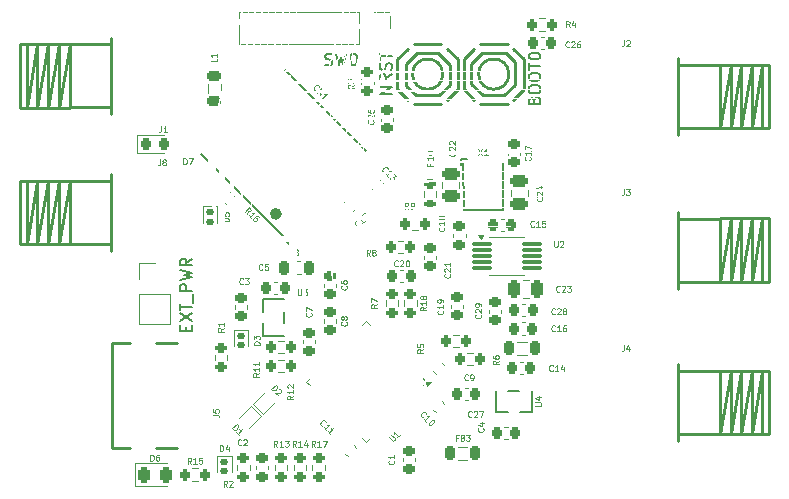
<source format=gbr>
%TF.GenerationSoftware,KiCad,Pcbnew,8.0.6*%
%TF.CreationDate,2024-11-09T22:42:30+08:00*%
%TF.ProjectId,usb_si5351_gpsdo,7573625f-7369-4353-9335-315f67707364,rev?*%
%TF.SameCoordinates,Original*%
%TF.FileFunction,Legend,Top*%
%TF.FilePolarity,Positive*%
%FSLAX46Y46*%
G04 Gerber Fmt 4.6, Leading zero omitted, Abs format (unit mm)*
G04 Created by KiCad (PCBNEW 8.0.6) date 2024-11-09 22:42:30*
%MOMM*%
%LPD*%
G01*
G04 APERTURE LIST*
G04 Aperture macros list*
%AMRoundRect*
0 Rectangle with rounded corners*
0 $1 Rounding radius*
0 $2 $3 $4 $5 $6 $7 $8 $9 X,Y pos of 4 corners*
0 Add a 4 corners polygon primitive as box body*
4,1,4,$2,$3,$4,$5,$6,$7,$8,$9,$2,$3,0*
0 Add four circle primitives for the rounded corners*
1,1,$1+$1,$2,$3*
1,1,$1+$1,$4,$5*
1,1,$1+$1,$6,$7*
1,1,$1+$1,$8,$9*
0 Add four rect primitives between the rounded corners*
20,1,$1+$1,$2,$3,$4,$5,0*
20,1,$1+$1,$4,$5,$6,$7,0*
20,1,$1+$1,$6,$7,$8,$9,0*
20,1,$1+$1,$8,$9,$2,$3,0*%
%AMRotRect*
0 Rectangle, with rotation*
0 The origin of the aperture is its center*
0 $1 length*
0 $2 width*
0 $3 Rotation angle, in degrees counterclockwise*
0 Add horizontal line*
21,1,$1,$2,0,0,$3*%
%AMFreePoly0*
4,1,119,0.522361,0.454721,0.531803,0.450001,0.570000,0.450000,0.585811,0.447435,0.608113,0.440000,0.620000,0.440000,0.635811,0.437434,0.665811,0.427434,0.672361,0.424721,0.712361,0.404721,0.725355,0.395355,0.739617,0.381093,0.752361,0.374721,0.765355,0.365355,0.779617,0.351093,0.792361,0.344721,0.805355,0.335355,0.845355,0.295355,0.854721,0.282360,0.861093,0.269617,
0.875355,0.255355,0.884721,0.242361,0.904721,0.202361,0.907434,0.195811,0.916310,0.169182,0.924721,0.152361,0.927434,0.145811,0.937434,0.115811,0.940000,0.100000,0.940000,0.068113,0.947434,0.045811,0.950000,0.030000,0.950000,-0.020001,0.947434,-0.035811,0.939999,-0.058113,0.940000,-0.090000,0.937434,-0.105811,0.927434,-0.135811,0.924721,-0.142361,0.916310,-0.159182,
0.907434,-0.185811,0.904721,-0.192361,0.884721,-0.232361,0.875355,-0.245355,0.861093,-0.259617,0.854721,-0.272361,0.845355,-0.285355,0.805355,-0.325355,0.792361,-0.334721,0.779617,-0.341093,0.765355,-0.355355,0.752361,-0.364721,0.739617,-0.371093,0.725355,-0.385356,0.712361,-0.394721,0.672361,-0.414721,0.665811,-0.417434,0.635811,-0.427434,0.620000,-0.430000,0.608113,-0.430000,
0.585810,-0.437434,0.570000,-0.440000,-0.580000,-0.440000,-0.602361,-0.434721,-0.611803,-0.430000,-0.630000,-0.430000,-0.652361,-0.424721,-0.712361,-0.394721,-0.717735,-0.391603,-0.745149,-0.373327,-0.762361,-0.364721,-0.775355,-0.355355,-0.789617,-0.341093,-0.802360,-0.334721,-0.824721,-0.312361,-0.831093,-0.299617,-0.865355,-0.265355,-0.874721,-0.252361,-0.904721,-0.192361,-0.907434,-0.185811,
-0.916310,-0.159182,-0.924721,-0.142361,-0.927434,-0.135811,-0.937434,-0.105811,-0.940000,-0.090000,-0.940000,-0.081803,-0.944722,-0.072361,-0.950000,-0.050000,-0.950000,0.060000,-0.944722,0.082361,-0.940000,0.091803,-0.940000,0.100000,-0.937434,0.115811,-0.927434,0.145811,-0.924721,0.152361,-0.916310,0.169182,-0.907434,0.195811,-0.904721,0.202361,-0.874721,0.262361,-0.865355,0.275355,
-0.831093,0.309617,-0.824721,0.322361,-0.802360,0.344721,-0.789617,0.351093,-0.775355,0.365355,-0.762361,0.374721,-0.745149,0.383327,-0.717735,0.401603,-0.712361,0.404721,-0.652361,0.434721,-0.630000,0.440000,-0.611803,0.440000,-0.602361,0.444721,-0.580000,0.450000,-0.538113,0.450000,-0.515811,0.457434,-0.500000,0.460001,0.500000,0.460001,0.522361,0.454721,0.522361,0.454721,
$1*%
G04 Aperture macros list end*
%ADD10C,0.075000*%
%ADD11C,0.150000*%
%ADD12C,0.120000*%
%ADD13C,0.250000*%
%ADD14C,0.100000*%
%ADD15C,0.500000*%
%ADD16RoundRect,0.200000X0.275000X-0.200000X0.275000X0.200000X-0.275000X0.200000X-0.275000X-0.200000X0*%
%ADD17RoundRect,0.225000X-0.225000X-0.250000X0.225000X-0.250000X0.225000X0.250000X-0.225000X0.250000X0*%
%ADD18RoundRect,0.225000X-0.335876X-0.017678X-0.017678X-0.335876X0.335876X0.017678X0.017678X0.335876X0*%
%ADD19RoundRect,0.218750X0.218750X0.381250X-0.218750X0.381250X-0.218750X-0.381250X0.218750X-0.381250X0*%
%ADD20RoundRect,0.225000X0.017678X-0.335876X0.335876X-0.017678X-0.017678X0.335876X-0.335876X0.017678X0*%
%ADD21RoundRect,0.250000X-0.250000X-0.475000X0.250000X-0.475000X0.250000X0.475000X-0.250000X0.475000X0*%
%ADD22RoundRect,0.218750X0.381250X-0.218750X0.381250X0.218750X-0.381250X0.218750X-0.381250X-0.218750X0*%
%ADD23R,1.200000X1.400000*%
%ADD24RoundRect,0.225000X0.250000X-0.225000X0.250000X0.225000X-0.250000X0.225000X-0.250000X-0.225000X0*%
%ADD25R,4.800000X1.200000*%
%ADD26RoundRect,0.125000X-0.225000X0.125000X-0.225000X-0.125000X0.225000X-0.125000X0.225000X0.125000X0*%
%ADD27RoundRect,0.200000X-0.275000X0.200000X-0.275000X-0.200000X0.275000X-0.200000X0.275000X0.200000X0*%
%ADD28C,0.650000*%
%ADD29R,1.150000X0.600000*%
%ADD30R,1.150000X0.300000*%
%ADD31O,2.100000X1.000000*%
%ADD32O,1.800000X1.000000*%
%ADD33RoundRect,0.225000X-0.250000X0.225000X-0.250000X-0.225000X0.250000X-0.225000X0.250000X0.225000X0*%
%ADD34FreePoly0,135.000000*%
%ADD35RoundRect,0.200000X0.200000X0.275000X-0.200000X0.275000X-0.200000X-0.275000X0.200000X-0.275000X0*%
%ADD36R,1.000000X1.700000*%
%ADD37RoundRect,0.250000X0.475000X-0.250000X0.475000X0.250000X-0.475000X0.250000X-0.475000X-0.250000X0*%
%ADD38RoundRect,0.218750X-0.218750X-0.256250X0.218750X-0.256250X0.218750X0.256250X-0.218750X0.256250X0*%
%ADD39R,0.600000X1.070000*%
%ADD40RoundRect,0.200000X-0.200000X-0.275000X0.200000X-0.275000X0.200000X0.275000X-0.200000X0.275000X0*%
%ADD41RoundRect,0.225000X0.225000X0.250000X-0.225000X0.250000X-0.225000X-0.250000X0.225000X-0.250000X0*%
%ADD42R,1.700000X1.700000*%
%ADD43O,1.700000X1.700000*%
%ADD44RoundRect,0.125000X-0.070711X0.247487X-0.247487X0.070711X0.070711X-0.247487X0.247487X-0.070711X0*%
%ADD45RoundRect,0.200000X-0.335876X-0.053033X-0.053033X-0.335876X0.335876X0.053033X0.053033X0.335876X0*%
%ADD46RoundRect,0.125000X0.070711X-0.247487X0.247487X-0.070711X-0.070711X0.247487X-0.247487X0.070711X0*%
%ADD47RoundRect,0.062500X0.220971X0.309359X-0.309359X-0.220971X-0.220971X-0.309359X0.309359X0.220971X0*%
%ADD48RoundRect,0.062500X-0.220971X0.309359X-0.309359X0.220971X0.220971X-0.309359X0.309359X-0.220971X0*%
%ADD49RotRect,5.600000X5.600000X225.000000*%
%ADD50RoundRect,0.087500X-0.725000X-0.087500X0.725000X-0.087500X0.725000X0.087500X-0.725000X0.087500X0*%
%ADD51R,1.070000X0.600000*%
%ADD52RoundRect,0.243750X-0.243750X-0.456250X0.243750X-0.456250X0.243750X0.456250X-0.243750X0.456250X0*%
%ADD53RoundRect,0.250000X-0.475000X0.250000X-0.475000X-0.250000X0.475000X-0.250000X0.475000X0.250000X0*%
G04 APERTURE END LIST*
D10*
X155778571Y-117627409D02*
X155611905Y-117389314D01*
X155492857Y-117627409D02*
X155492857Y-117127409D01*
X155492857Y-117127409D02*
X155683333Y-117127409D01*
X155683333Y-117127409D02*
X155730952Y-117151219D01*
X155730952Y-117151219D02*
X155754762Y-117175028D01*
X155754762Y-117175028D02*
X155778571Y-117222647D01*
X155778571Y-117222647D02*
X155778571Y-117294076D01*
X155778571Y-117294076D02*
X155754762Y-117341695D01*
X155754762Y-117341695D02*
X155730952Y-117365504D01*
X155730952Y-117365504D02*
X155683333Y-117389314D01*
X155683333Y-117389314D02*
X155492857Y-117389314D01*
X156254762Y-117627409D02*
X155969048Y-117627409D01*
X156111905Y-117627409D02*
X156111905Y-117127409D01*
X156111905Y-117127409D02*
X156064286Y-117198838D01*
X156064286Y-117198838D02*
X156016667Y-117246457D01*
X156016667Y-117246457D02*
X155969048Y-117270266D01*
X156421428Y-117127409D02*
X156754761Y-117127409D01*
X156754761Y-117127409D02*
X156540476Y-117627409D01*
X169028571Y-115079790D02*
X169004762Y-115103600D01*
X169004762Y-115103600D02*
X168933333Y-115127409D01*
X168933333Y-115127409D02*
X168885714Y-115127409D01*
X168885714Y-115127409D02*
X168814286Y-115103600D01*
X168814286Y-115103600D02*
X168766667Y-115055980D01*
X168766667Y-115055980D02*
X168742857Y-115008361D01*
X168742857Y-115008361D02*
X168719048Y-114913123D01*
X168719048Y-114913123D02*
X168719048Y-114841695D01*
X168719048Y-114841695D02*
X168742857Y-114746457D01*
X168742857Y-114746457D02*
X168766667Y-114698838D01*
X168766667Y-114698838D02*
X168814286Y-114651219D01*
X168814286Y-114651219D02*
X168885714Y-114627409D01*
X168885714Y-114627409D02*
X168933333Y-114627409D01*
X168933333Y-114627409D02*
X169004762Y-114651219D01*
X169004762Y-114651219D02*
X169028571Y-114675028D01*
X169219048Y-114675028D02*
X169242857Y-114651219D01*
X169242857Y-114651219D02*
X169290476Y-114627409D01*
X169290476Y-114627409D02*
X169409524Y-114627409D01*
X169409524Y-114627409D02*
X169457143Y-114651219D01*
X169457143Y-114651219D02*
X169480952Y-114675028D01*
X169480952Y-114675028D02*
X169504762Y-114722647D01*
X169504762Y-114722647D02*
X169504762Y-114770266D01*
X169504762Y-114770266D02*
X169480952Y-114841695D01*
X169480952Y-114841695D02*
X169195238Y-115127409D01*
X169195238Y-115127409D02*
X169504762Y-115127409D01*
X169671428Y-114627409D02*
X170004761Y-114627409D01*
X170004761Y-114627409D02*
X169790476Y-115127409D01*
X168716666Y-111979790D02*
X168692857Y-112003600D01*
X168692857Y-112003600D02*
X168621428Y-112027409D01*
X168621428Y-112027409D02*
X168573809Y-112027409D01*
X168573809Y-112027409D02*
X168502381Y-112003600D01*
X168502381Y-112003600D02*
X168454762Y-111955980D01*
X168454762Y-111955980D02*
X168430952Y-111908361D01*
X168430952Y-111908361D02*
X168407143Y-111813123D01*
X168407143Y-111813123D02*
X168407143Y-111741695D01*
X168407143Y-111741695D02*
X168430952Y-111646457D01*
X168430952Y-111646457D02*
X168454762Y-111598838D01*
X168454762Y-111598838D02*
X168502381Y-111551219D01*
X168502381Y-111551219D02*
X168573809Y-111527409D01*
X168573809Y-111527409D02*
X168621428Y-111527409D01*
X168621428Y-111527409D02*
X168692857Y-111551219D01*
X168692857Y-111551219D02*
X168716666Y-111575028D01*
X168954762Y-112027409D02*
X169050000Y-112027409D01*
X169050000Y-112027409D02*
X169097619Y-112003600D01*
X169097619Y-112003600D02*
X169121428Y-111979790D01*
X169121428Y-111979790D02*
X169169047Y-111908361D01*
X169169047Y-111908361D02*
X169192857Y-111813123D01*
X169192857Y-111813123D02*
X169192857Y-111622647D01*
X169192857Y-111622647D02*
X169169047Y-111575028D01*
X169169047Y-111575028D02*
X169145238Y-111551219D01*
X169145238Y-111551219D02*
X169097619Y-111527409D01*
X169097619Y-111527409D02*
X169002381Y-111527409D01*
X169002381Y-111527409D02*
X168954762Y-111551219D01*
X168954762Y-111551219D02*
X168930952Y-111575028D01*
X168930952Y-111575028D02*
X168907143Y-111622647D01*
X168907143Y-111622647D02*
X168907143Y-111741695D01*
X168907143Y-111741695D02*
X168930952Y-111789314D01*
X168930952Y-111789314D02*
X168954762Y-111813123D01*
X168954762Y-111813123D02*
X169002381Y-111836933D01*
X169002381Y-111836933D02*
X169097619Y-111836933D01*
X169097619Y-111836933D02*
X169145238Y-111813123D01*
X169145238Y-111813123D02*
X169169047Y-111789314D01*
X169169047Y-111789314D02*
X169192857Y-111741695D01*
X167845834Y-116865504D02*
X167679167Y-116865504D01*
X167679167Y-117127409D02*
X167679167Y-116627409D01*
X167679167Y-116627409D02*
X167917262Y-116627409D01*
X168274405Y-116865504D02*
X168345833Y-116889314D01*
X168345833Y-116889314D02*
X168369643Y-116913123D01*
X168369643Y-116913123D02*
X168393452Y-116960742D01*
X168393452Y-116960742D02*
X168393452Y-117032171D01*
X168393452Y-117032171D02*
X168369643Y-117079790D01*
X168369643Y-117079790D02*
X168345833Y-117103600D01*
X168345833Y-117103600D02*
X168298214Y-117127409D01*
X168298214Y-117127409D02*
X168107738Y-117127409D01*
X168107738Y-117127409D02*
X168107738Y-116627409D01*
X168107738Y-116627409D02*
X168274405Y-116627409D01*
X168274405Y-116627409D02*
X168322024Y-116651219D01*
X168322024Y-116651219D02*
X168345833Y-116675028D01*
X168345833Y-116675028D02*
X168369643Y-116722647D01*
X168369643Y-116722647D02*
X168369643Y-116770266D01*
X168369643Y-116770266D02*
X168345833Y-116817885D01*
X168345833Y-116817885D02*
X168322024Y-116841695D01*
X168322024Y-116841695D02*
X168274405Y-116865504D01*
X168274405Y-116865504D02*
X168107738Y-116865504D01*
X168560119Y-116627409D02*
X168869643Y-116627409D01*
X168869643Y-116627409D02*
X168702976Y-116817885D01*
X168702976Y-116817885D02*
X168774405Y-116817885D01*
X168774405Y-116817885D02*
X168822024Y-116841695D01*
X168822024Y-116841695D02*
X168845833Y-116865504D01*
X168845833Y-116865504D02*
X168869643Y-116913123D01*
X168869643Y-116913123D02*
X168869643Y-117032171D01*
X168869643Y-117032171D02*
X168845833Y-117079790D01*
X168845833Y-117079790D02*
X168822024Y-117103600D01*
X168822024Y-117103600D02*
X168774405Y-117127409D01*
X168774405Y-117127409D02*
X168631548Y-117127409D01*
X168631548Y-117127409D02*
X168583929Y-117103600D01*
X168583929Y-117103600D02*
X168560119Y-117079790D01*
X159599847Y-98804415D02*
X159599847Y-98838086D01*
X159599847Y-98838086D02*
X159566175Y-98905430D01*
X159566175Y-98905430D02*
X159532503Y-98939102D01*
X159532503Y-98939102D02*
X159465160Y-98972773D01*
X159465160Y-98972773D02*
X159397816Y-98972773D01*
X159397816Y-98972773D02*
X159347308Y-98955937D01*
X159347308Y-98955937D02*
X159263129Y-98905430D01*
X159263129Y-98905430D02*
X159212621Y-98854922D01*
X159212621Y-98854922D02*
X159162114Y-98770743D01*
X159162114Y-98770743D02*
X159145278Y-98720235D01*
X159145278Y-98720235D02*
X159145278Y-98652892D01*
X159145278Y-98652892D02*
X159178950Y-98585548D01*
X159178950Y-98585548D02*
X159212621Y-98551876D01*
X159212621Y-98551876D02*
X159279965Y-98518205D01*
X159279965Y-98518205D02*
X159313637Y-98518205D01*
X159970236Y-98501369D02*
X159768205Y-98703399D01*
X159869221Y-98602384D02*
X159515667Y-98248831D01*
X159515667Y-98248831D02*
X159532503Y-98333010D01*
X159532503Y-98333010D02*
X159532503Y-98400354D01*
X159532503Y-98400354D02*
X159515667Y-98450861D01*
X159785041Y-98046800D02*
X159785041Y-98013129D01*
X159785041Y-98013129D02*
X159801877Y-97962621D01*
X159801877Y-97962621D02*
X159886056Y-97878442D01*
X159886056Y-97878442D02*
X159936564Y-97861606D01*
X159936564Y-97861606D02*
X159970236Y-97861606D01*
X159970236Y-97861606D02*
X160020743Y-97878442D01*
X160020743Y-97878442D02*
X160054415Y-97912113D01*
X160054415Y-97912113D02*
X160088087Y-97979457D01*
X160088087Y-97979457D02*
X160088087Y-98383518D01*
X160088087Y-98383518D02*
X160306953Y-98164652D01*
X176478571Y-104479790D02*
X176454762Y-104503600D01*
X176454762Y-104503600D02*
X176383333Y-104527409D01*
X176383333Y-104527409D02*
X176335714Y-104527409D01*
X176335714Y-104527409D02*
X176264286Y-104503600D01*
X176264286Y-104503600D02*
X176216667Y-104455980D01*
X176216667Y-104455980D02*
X176192857Y-104408361D01*
X176192857Y-104408361D02*
X176169048Y-104313123D01*
X176169048Y-104313123D02*
X176169048Y-104241695D01*
X176169048Y-104241695D02*
X176192857Y-104146457D01*
X176192857Y-104146457D02*
X176216667Y-104098838D01*
X176216667Y-104098838D02*
X176264286Y-104051219D01*
X176264286Y-104051219D02*
X176335714Y-104027409D01*
X176335714Y-104027409D02*
X176383333Y-104027409D01*
X176383333Y-104027409D02*
X176454762Y-104051219D01*
X176454762Y-104051219D02*
X176478571Y-104075028D01*
X176669048Y-104075028D02*
X176692857Y-104051219D01*
X176692857Y-104051219D02*
X176740476Y-104027409D01*
X176740476Y-104027409D02*
X176859524Y-104027409D01*
X176859524Y-104027409D02*
X176907143Y-104051219D01*
X176907143Y-104051219D02*
X176930952Y-104075028D01*
X176930952Y-104075028D02*
X176954762Y-104122647D01*
X176954762Y-104122647D02*
X176954762Y-104170266D01*
X176954762Y-104170266D02*
X176930952Y-104241695D01*
X176930952Y-104241695D02*
X176645238Y-104527409D01*
X176645238Y-104527409D02*
X176954762Y-104527409D01*
X177121428Y-104027409D02*
X177430952Y-104027409D01*
X177430952Y-104027409D02*
X177264285Y-104217885D01*
X177264285Y-104217885D02*
X177335714Y-104217885D01*
X177335714Y-104217885D02*
X177383333Y-104241695D01*
X177383333Y-104241695D02*
X177407142Y-104265504D01*
X177407142Y-104265504D02*
X177430952Y-104313123D01*
X177430952Y-104313123D02*
X177430952Y-104432171D01*
X177430952Y-104432171D02*
X177407142Y-104479790D01*
X177407142Y-104479790D02*
X177383333Y-104503600D01*
X177383333Y-104503600D02*
X177335714Y-104527409D01*
X177335714Y-104527409D02*
X177192857Y-104527409D01*
X177192857Y-104527409D02*
X177145238Y-104503600D01*
X177145238Y-104503600D02*
X177121428Y-104479790D01*
X147427409Y-84783333D02*
X147427409Y-85021428D01*
X147427409Y-85021428D02*
X146927409Y-85021428D01*
X147427409Y-84354761D02*
X147427409Y-84640475D01*
X147427409Y-84497618D02*
X146927409Y-84497618D01*
X146927409Y-84497618D02*
X146998838Y-84545237D01*
X146998838Y-84545237D02*
X147046457Y-84592856D01*
X147046457Y-84592856D02*
X147070266Y-84640475D01*
X174303571Y-98979790D02*
X174279762Y-99003600D01*
X174279762Y-99003600D02*
X174208333Y-99027409D01*
X174208333Y-99027409D02*
X174160714Y-99027409D01*
X174160714Y-99027409D02*
X174089286Y-99003600D01*
X174089286Y-99003600D02*
X174041667Y-98955980D01*
X174041667Y-98955980D02*
X174017857Y-98908361D01*
X174017857Y-98908361D02*
X173994048Y-98813123D01*
X173994048Y-98813123D02*
X173994048Y-98741695D01*
X173994048Y-98741695D02*
X174017857Y-98646457D01*
X174017857Y-98646457D02*
X174041667Y-98598838D01*
X174041667Y-98598838D02*
X174089286Y-98551219D01*
X174089286Y-98551219D02*
X174160714Y-98527409D01*
X174160714Y-98527409D02*
X174208333Y-98527409D01*
X174208333Y-98527409D02*
X174279762Y-98551219D01*
X174279762Y-98551219D02*
X174303571Y-98575028D01*
X174779762Y-99027409D02*
X174494048Y-99027409D01*
X174636905Y-99027409D02*
X174636905Y-98527409D01*
X174636905Y-98527409D02*
X174589286Y-98598838D01*
X174589286Y-98598838D02*
X174541667Y-98646457D01*
X174541667Y-98646457D02*
X174494048Y-98670266D01*
X175232142Y-98527409D02*
X174994047Y-98527409D01*
X174994047Y-98527409D02*
X174970238Y-98765504D01*
X174970238Y-98765504D02*
X174994047Y-98741695D01*
X174994047Y-98741695D02*
X175041666Y-98717885D01*
X175041666Y-98717885D02*
X175160714Y-98717885D01*
X175160714Y-98717885D02*
X175208333Y-98741695D01*
X175208333Y-98741695D02*
X175232142Y-98765504D01*
X175232142Y-98765504D02*
X175255952Y-98813123D01*
X175255952Y-98813123D02*
X175255952Y-98932171D01*
X175255952Y-98932171D02*
X175232142Y-98979790D01*
X175232142Y-98979790D02*
X175208333Y-99003600D01*
X175208333Y-99003600D02*
X175160714Y-99027409D01*
X175160714Y-99027409D02*
X175041666Y-99027409D01*
X175041666Y-99027409D02*
X174994047Y-99003600D01*
X174994047Y-99003600D02*
X174970238Y-98979790D01*
X161027409Y-105583333D02*
X160789314Y-105749999D01*
X161027409Y-105869047D02*
X160527409Y-105869047D01*
X160527409Y-105869047D02*
X160527409Y-105678571D01*
X160527409Y-105678571D02*
X160551219Y-105630952D01*
X160551219Y-105630952D02*
X160575028Y-105607142D01*
X160575028Y-105607142D02*
X160622647Y-105583333D01*
X160622647Y-105583333D02*
X160694076Y-105583333D01*
X160694076Y-105583333D02*
X160741695Y-105607142D01*
X160741695Y-105607142D02*
X160765504Y-105630952D01*
X160765504Y-105630952D02*
X160789314Y-105678571D01*
X160789314Y-105678571D02*
X160789314Y-105869047D01*
X160527409Y-105416666D02*
X160527409Y-105083333D01*
X160527409Y-105083333D02*
X161027409Y-105297618D01*
X169595238Y-92477409D02*
X169928571Y-92977409D01*
X169928571Y-92477409D02*
X169595238Y-92977409D01*
X170380952Y-92977409D02*
X170095238Y-92977409D01*
X170238095Y-92977409D02*
X170238095Y-92477409D01*
X170238095Y-92477409D02*
X170190476Y-92548838D01*
X170190476Y-92548838D02*
X170142857Y-92596457D01*
X170142857Y-92596457D02*
X170095238Y-92620266D01*
X158429790Y-107083333D02*
X158453600Y-107107142D01*
X158453600Y-107107142D02*
X158477409Y-107178571D01*
X158477409Y-107178571D02*
X158477409Y-107226190D01*
X158477409Y-107226190D02*
X158453600Y-107297618D01*
X158453600Y-107297618D02*
X158405980Y-107345237D01*
X158405980Y-107345237D02*
X158358361Y-107369047D01*
X158358361Y-107369047D02*
X158263123Y-107392856D01*
X158263123Y-107392856D02*
X158191695Y-107392856D01*
X158191695Y-107392856D02*
X158096457Y-107369047D01*
X158096457Y-107369047D02*
X158048838Y-107345237D01*
X158048838Y-107345237D02*
X158001219Y-107297618D01*
X158001219Y-107297618D02*
X157977409Y-107226190D01*
X157977409Y-107226190D02*
X157977409Y-107178571D01*
X157977409Y-107178571D02*
X158001219Y-107107142D01*
X158001219Y-107107142D02*
X158025028Y-107083333D01*
X158191695Y-106797618D02*
X158167885Y-106845237D01*
X158167885Y-106845237D02*
X158144076Y-106869047D01*
X158144076Y-106869047D02*
X158096457Y-106892856D01*
X158096457Y-106892856D02*
X158072647Y-106892856D01*
X158072647Y-106892856D02*
X158025028Y-106869047D01*
X158025028Y-106869047D02*
X158001219Y-106845237D01*
X158001219Y-106845237D02*
X157977409Y-106797618D01*
X157977409Y-106797618D02*
X157977409Y-106702380D01*
X157977409Y-106702380D02*
X158001219Y-106654761D01*
X158001219Y-106654761D02*
X158025028Y-106630952D01*
X158025028Y-106630952D02*
X158072647Y-106607142D01*
X158072647Y-106607142D02*
X158096457Y-106607142D01*
X158096457Y-106607142D02*
X158144076Y-106630952D01*
X158144076Y-106630952D02*
X158167885Y-106654761D01*
X158167885Y-106654761D02*
X158191695Y-106702380D01*
X158191695Y-106702380D02*
X158191695Y-106797618D01*
X158191695Y-106797618D02*
X158215504Y-106845237D01*
X158215504Y-106845237D02*
X158239314Y-106869047D01*
X158239314Y-106869047D02*
X158286933Y-106892856D01*
X158286933Y-106892856D02*
X158382171Y-106892856D01*
X158382171Y-106892856D02*
X158429790Y-106869047D01*
X158429790Y-106869047D02*
X158453600Y-106845237D01*
X158453600Y-106845237D02*
X158477409Y-106797618D01*
X158477409Y-106797618D02*
X158477409Y-106702380D01*
X158477409Y-106702380D02*
X158453600Y-106654761D01*
X158453600Y-106654761D02*
X158429790Y-106630952D01*
X158429790Y-106630952D02*
X158382171Y-106607142D01*
X158382171Y-106607142D02*
X158286933Y-106607142D01*
X158286933Y-106607142D02*
X158239314Y-106630952D01*
X158239314Y-106630952D02*
X158215504Y-106654761D01*
X158215504Y-106654761D02*
X158191695Y-106702380D01*
X142633333Y-93327409D02*
X142633333Y-93684552D01*
X142633333Y-93684552D02*
X142609524Y-93755980D01*
X142609524Y-93755980D02*
X142561905Y-93803600D01*
X142561905Y-93803600D02*
X142490476Y-93827409D01*
X142490476Y-93827409D02*
X142442857Y-93827409D01*
X142942857Y-93541695D02*
X142895238Y-93517885D01*
X142895238Y-93517885D02*
X142871428Y-93494076D01*
X142871428Y-93494076D02*
X142847619Y-93446457D01*
X142847619Y-93446457D02*
X142847619Y-93422647D01*
X142847619Y-93422647D02*
X142871428Y-93375028D01*
X142871428Y-93375028D02*
X142895238Y-93351219D01*
X142895238Y-93351219D02*
X142942857Y-93327409D01*
X142942857Y-93327409D02*
X143038095Y-93327409D01*
X143038095Y-93327409D02*
X143085714Y-93351219D01*
X143085714Y-93351219D02*
X143109523Y-93375028D01*
X143109523Y-93375028D02*
X143133333Y-93422647D01*
X143133333Y-93422647D02*
X143133333Y-93446457D01*
X143133333Y-93446457D02*
X143109523Y-93494076D01*
X143109523Y-93494076D02*
X143085714Y-93517885D01*
X143085714Y-93517885D02*
X143038095Y-93541695D01*
X143038095Y-93541695D02*
X142942857Y-93541695D01*
X142942857Y-93541695D02*
X142895238Y-93565504D01*
X142895238Y-93565504D02*
X142871428Y-93589314D01*
X142871428Y-93589314D02*
X142847619Y-93636933D01*
X142847619Y-93636933D02*
X142847619Y-93732171D01*
X142847619Y-93732171D02*
X142871428Y-93779790D01*
X142871428Y-93779790D02*
X142895238Y-93803600D01*
X142895238Y-93803600D02*
X142942857Y-93827409D01*
X142942857Y-93827409D02*
X143038095Y-93827409D01*
X143038095Y-93827409D02*
X143085714Y-93803600D01*
X143085714Y-93803600D02*
X143109523Y-93779790D01*
X143109523Y-93779790D02*
X143133333Y-93732171D01*
X143133333Y-93732171D02*
X143133333Y-93636933D01*
X143133333Y-93636933D02*
X143109523Y-93589314D01*
X143109523Y-93589314D02*
X143085714Y-93565504D01*
X143085714Y-93565504D02*
X143038095Y-93541695D01*
X149666666Y-103829790D02*
X149642857Y-103853600D01*
X149642857Y-103853600D02*
X149571428Y-103877409D01*
X149571428Y-103877409D02*
X149523809Y-103877409D01*
X149523809Y-103877409D02*
X149452381Y-103853600D01*
X149452381Y-103853600D02*
X149404762Y-103805980D01*
X149404762Y-103805980D02*
X149380952Y-103758361D01*
X149380952Y-103758361D02*
X149357143Y-103663123D01*
X149357143Y-103663123D02*
X149357143Y-103591695D01*
X149357143Y-103591695D02*
X149380952Y-103496457D01*
X149380952Y-103496457D02*
X149404762Y-103448838D01*
X149404762Y-103448838D02*
X149452381Y-103401219D01*
X149452381Y-103401219D02*
X149523809Y-103377409D01*
X149523809Y-103377409D02*
X149571428Y-103377409D01*
X149571428Y-103377409D02*
X149642857Y-103401219D01*
X149642857Y-103401219D02*
X149666666Y-103425028D01*
X149833333Y-103377409D02*
X150142857Y-103377409D01*
X150142857Y-103377409D02*
X149976190Y-103567885D01*
X149976190Y-103567885D02*
X150047619Y-103567885D01*
X150047619Y-103567885D02*
X150095238Y-103591695D01*
X150095238Y-103591695D02*
X150119047Y-103615504D01*
X150119047Y-103615504D02*
X150142857Y-103663123D01*
X150142857Y-103663123D02*
X150142857Y-103782171D01*
X150142857Y-103782171D02*
X150119047Y-103829790D01*
X150119047Y-103829790D02*
X150095238Y-103853600D01*
X150095238Y-103853600D02*
X150047619Y-103877409D01*
X150047619Y-103877409D02*
X149904762Y-103877409D01*
X149904762Y-103877409D02*
X149857143Y-103853600D01*
X149857143Y-103853600D02*
X149833333Y-103829790D01*
X165177409Y-105821428D02*
X164939314Y-105988094D01*
X165177409Y-106107142D02*
X164677409Y-106107142D01*
X164677409Y-106107142D02*
X164677409Y-105916666D01*
X164677409Y-105916666D02*
X164701219Y-105869047D01*
X164701219Y-105869047D02*
X164725028Y-105845237D01*
X164725028Y-105845237D02*
X164772647Y-105821428D01*
X164772647Y-105821428D02*
X164844076Y-105821428D01*
X164844076Y-105821428D02*
X164891695Y-105845237D01*
X164891695Y-105845237D02*
X164915504Y-105869047D01*
X164915504Y-105869047D02*
X164939314Y-105916666D01*
X164939314Y-105916666D02*
X164939314Y-106107142D01*
X165177409Y-105345237D02*
X165177409Y-105630951D01*
X165177409Y-105488094D02*
X164677409Y-105488094D01*
X164677409Y-105488094D02*
X164748838Y-105535713D01*
X164748838Y-105535713D02*
X164796457Y-105583332D01*
X164796457Y-105583332D02*
X164820266Y-105630951D01*
X164891695Y-105059523D02*
X164867885Y-105107142D01*
X164867885Y-105107142D02*
X164844076Y-105130952D01*
X164844076Y-105130952D02*
X164796457Y-105154761D01*
X164796457Y-105154761D02*
X164772647Y-105154761D01*
X164772647Y-105154761D02*
X164725028Y-105130952D01*
X164725028Y-105130952D02*
X164701219Y-105107142D01*
X164701219Y-105107142D02*
X164677409Y-105059523D01*
X164677409Y-105059523D02*
X164677409Y-104964285D01*
X164677409Y-104964285D02*
X164701219Y-104916666D01*
X164701219Y-104916666D02*
X164725028Y-104892857D01*
X164725028Y-104892857D02*
X164772647Y-104869047D01*
X164772647Y-104869047D02*
X164796457Y-104869047D01*
X164796457Y-104869047D02*
X164844076Y-104892857D01*
X164844076Y-104892857D02*
X164867885Y-104916666D01*
X164867885Y-104916666D02*
X164891695Y-104964285D01*
X164891695Y-104964285D02*
X164891695Y-105059523D01*
X164891695Y-105059523D02*
X164915504Y-105107142D01*
X164915504Y-105107142D02*
X164939314Y-105130952D01*
X164939314Y-105130952D02*
X164986933Y-105154761D01*
X164986933Y-105154761D02*
X165082171Y-105154761D01*
X165082171Y-105154761D02*
X165129790Y-105130952D01*
X165129790Y-105130952D02*
X165153600Y-105107142D01*
X165153600Y-105107142D02*
X165177409Y-105059523D01*
X165177409Y-105059523D02*
X165177409Y-104964285D01*
X165177409Y-104964285D02*
X165153600Y-104916666D01*
X165153600Y-104916666D02*
X165129790Y-104892857D01*
X165129790Y-104892857D02*
X165082171Y-104869047D01*
X165082171Y-104869047D02*
X164986933Y-104869047D01*
X164986933Y-104869047D02*
X164939314Y-104892857D01*
X164939314Y-104892857D02*
X164915504Y-104916666D01*
X164915504Y-104916666D02*
X164891695Y-104964285D01*
X151077409Y-109019047D02*
X150577409Y-109019047D01*
X150577409Y-109019047D02*
X150577409Y-108899999D01*
X150577409Y-108899999D02*
X150601219Y-108828571D01*
X150601219Y-108828571D02*
X150648838Y-108780952D01*
X150648838Y-108780952D02*
X150696457Y-108757142D01*
X150696457Y-108757142D02*
X150791695Y-108733333D01*
X150791695Y-108733333D02*
X150863123Y-108733333D01*
X150863123Y-108733333D02*
X150958361Y-108757142D01*
X150958361Y-108757142D02*
X151005980Y-108780952D01*
X151005980Y-108780952D02*
X151053600Y-108828571D01*
X151053600Y-108828571D02*
X151077409Y-108899999D01*
X151077409Y-108899999D02*
X151077409Y-109019047D01*
X150577409Y-108566666D02*
X150577409Y-108257142D01*
X150577409Y-108257142D02*
X150767885Y-108423809D01*
X150767885Y-108423809D02*
X150767885Y-108352380D01*
X150767885Y-108352380D02*
X150791695Y-108304761D01*
X150791695Y-108304761D02*
X150815504Y-108280952D01*
X150815504Y-108280952D02*
X150863123Y-108257142D01*
X150863123Y-108257142D02*
X150982171Y-108257142D01*
X150982171Y-108257142D02*
X151029790Y-108280952D01*
X151029790Y-108280952D02*
X151053600Y-108304761D01*
X151053600Y-108304761D02*
X151077409Y-108352380D01*
X151077409Y-108352380D02*
X151077409Y-108495237D01*
X151077409Y-108495237D02*
X151053600Y-108542856D01*
X151053600Y-108542856D02*
X151029790Y-108566666D01*
X158429790Y-104033333D02*
X158453600Y-104057142D01*
X158453600Y-104057142D02*
X158477409Y-104128571D01*
X158477409Y-104128571D02*
X158477409Y-104176190D01*
X158477409Y-104176190D02*
X158453600Y-104247618D01*
X158453600Y-104247618D02*
X158405980Y-104295237D01*
X158405980Y-104295237D02*
X158358361Y-104319047D01*
X158358361Y-104319047D02*
X158263123Y-104342856D01*
X158263123Y-104342856D02*
X158191695Y-104342856D01*
X158191695Y-104342856D02*
X158096457Y-104319047D01*
X158096457Y-104319047D02*
X158048838Y-104295237D01*
X158048838Y-104295237D02*
X158001219Y-104247618D01*
X158001219Y-104247618D02*
X157977409Y-104176190D01*
X157977409Y-104176190D02*
X157977409Y-104128571D01*
X157977409Y-104128571D02*
X158001219Y-104057142D01*
X158001219Y-104057142D02*
X158025028Y-104033333D01*
X157977409Y-103604761D02*
X157977409Y-103699999D01*
X157977409Y-103699999D02*
X158001219Y-103747618D01*
X158001219Y-103747618D02*
X158025028Y-103771428D01*
X158025028Y-103771428D02*
X158096457Y-103819047D01*
X158096457Y-103819047D02*
X158191695Y-103842856D01*
X158191695Y-103842856D02*
X158382171Y-103842856D01*
X158382171Y-103842856D02*
X158429790Y-103819047D01*
X158429790Y-103819047D02*
X158453600Y-103795237D01*
X158453600Y-103795237D02*
X158477409Y-103747618D01*
X158477409Y-103747618D02*
X158477409Y-103652380D01*
X158477409Y-103652380D02*
X158453600Y-103604761D01*
X158453600Y-103604761D02*
X158429790Y-103580952D01*
X158429790Y-103580952D02*
X158382171Y-103557142D01*
X158382171Y-103557142D02*
X158263123Y-103557142D01*
X158263123Y-103557142D02*
X158215504Y-103580952D01*
X158215504Y-103580952D02*
X158191695Y-103604761D01*
X158191695Y-103604761D02*
X158167885Y-103652380D01*
X158167885Y-103652380D02*
X158167885Y-103747618D01*
X158167885Y-103747618D02*
X158191695Y-103795237D01*
X158191695Y-103795237D02*
X158215504Y-103819047D01*
X158215504Y-103819047D02*
X158263123Y-103842856D01*
X152578571Y-117627409D02*
X152411905Y-117389314D01*
X152292857Y-117627409D02*
X152292857Y-117127409D01*
X152292857Y-117127409D02*
X152483333Y-117127409D01*
X152483333Y-117127409D02*
X152530952Y-117151219D01*
X152530952Y-117151219D02*
X152554762Y-117175028D01*
X152554762Y-117175028D02*
X152578571Y-117222647D01*
X152578571Y-117222647D02*
X152578571Y-117294076D01*
X152578571Y-117294076D02*
X152554762Y-117341695D01*
X152554762Y-117341695D02*
X152530952Y-117365504D01*
X152530952Y-117365504D02*
X152483333Y-117389314D01*
X152483333Y-117389314D02*
X152292857Y-117389314D01*
X153054762Y-117627409D02*
X152769048Y-117627409D01*
X152911905Y-117627409D02*
X152911905Y-117127409D01*
X152911905Y-117127409D02*
X152864286Y-117198838D01*
X152864286Y-117198838D02*
X152816667Y-117246457D01*
X152816667Y-117246457D02*
X152769048Y-117270266D01*
X153221428Y-117127409D02*
X153530952Y-117127409D01*
X153530952Y-117127409D02*
X153364285Y-117317885D01*
X153364285Y-117317885D02*
X153435714Y-117317885D01*
X153435714Y-117317885D02*
X153483333Y-117341695D01*
X153483333Y-117341695D02*
X153507142Y-117365504D01*
X153507142Y-117365504D02*
X153530952Y-117413123D01*
X153530952Y-117413123D02*
X153530952Y-117532171D01*
X153530952Y-117532171D02*
X153507142Y-117579790D01*
X153507142Y-117579790D02*
X153483333Y-117603600D01*
X153483333Y-117603600D02*
X153435714Y-117627409D01*
X153435714Y-117627409D02*
X153292857Y-117627409D01*
X153292857Y-117627409D02*
X153245238Y-117603600D01*
X153245238Y-117603600D02*
X153221428Y-117579790D01*
X164895584Y-115149847D02*
X164861913Y-115149847D01*
X164861913Y-115149847D02*
X164794569Y-115116175D01*
X164794569Y-115116175D02*
X164760897Y-115082503D01*
X164760897Y-115082503D02*
X164727226Y-115015160D01*
X164727226Y-115015160D02*
X164727226Y-114947816D01*
X164727226Y-114947816D02*
X164744062Y-114897308D01*
X164744062Y-114897308D02*
X164794569Y-114813129D01*
X164794569Y-114813129D02*
X164845077Y-114762621D01*
X164845077Y-114762621D02*
X164929256Y-114712114D01*
X164929256Y-114712114D02*
X164979764Y-114695278D01*
X164979764Y-114695278D02*
X165047107Y-114695278D01*
X165047107Y-114695278D02*
X165114451Y-114728950D01*
X165114451Y-114728950D02*
X165148123Y-114762621D01*
X165148123Y-114762621D02*
X165181794Y-114829965D01*
X165181794Y-114829965D02*
X165181794Y-114863637D01*
X165198630Y-115520236D02*
X164996600Y-115318205D01*
X165097615Y-115419221D02*
X165451168Y-115065667D01*
X165451168Y-115065667D02*
X165366989Y-115082503D01*
X165366989Y-115082503D02*
X165299645Y-115082503D01*
X165299645Y-115082503D02*
X165249138Y-115065667D01*
X165771050Y-115385549D02*
X165804721Y-115419220D01*
X165804721Y-115419220D02*
X165821557Y-115469728D01*
X165821557Y-115469728D02*
X165821557Y-115503400D01*
X165821557Y-115503400D02*
X165804721Y-115553907D01*
X165804721Y-115553907D02*
X165754214Y-115638087D01*
X165754214Y-115638087D02*
X165670034Y-115722266D01*
X165670034Y-115722266D02*
X165585855Y-115772774D01*
X165585855Y-115772774D02*
X165535347Y-115789610D01*
X165535347Y-115789610D02*
X165501676Y-115789610D01*
X165501676Y-115789610D02*
X165451168Y-115772774D01*
X165451168Y-115772774D02*
X165417496Y-115739102D01*
X165417496Y-115739102D02*
X165400660Y-115688594D01*
X165400660Y-115688594D02*
X165400660Y-115654923D01*
X165400660Y-115654923D02*
X165417496Y-115604415D01*
X165417496Y-115604415D02*
X165468004Y-115520236D01*
X165468004Y-115520236D02*
X165552183Y-115436056D01*
X165552183Y-115436056D02*
X165636363Y-115385549D01*
X165636363Y-115385549D02*
X165686870Y-115368713D01*
X165686870Y-115368713D02*
X165720542Y-115368713D01*
X165720542Y-115368713D02*
X165771050Y-115385549D01*
X165727409Y-93571428D02*
X165489314Y-93738094D01*
X165727409Y-93857142D02*
X165227409Y-93857142D01*
X165227409Y-93857142D02*
X165227409Y-93666666D01*
X165227409Y-93666666D02*
X165251219Y-93619047D01*
X165251219Y-93619047D02*
X165275028Y-93595237D01*
X165275028Y-93595237D02*
X165322647Y-93571428D01*
X165322647Y-93571428D02*
X165394076Y-93571428D01*
X165394076Y-93571428D02*
X165441695Y-93595237D01*
X165441695Y-93595237D02*
X165465504Y-93619047D01*
X165465504Y-93619047D02*
X165489314Y-93666666D01*
X165489314Y-93666666D02*
X165489314Y-93857142D01*
X165727409Y-93095237D02*
X165727409Y-93380951D01*
X165727409Y-93238094D02*
X165227409Y-93238094D01*
X165227409Y-93238094D02*
X165298838Y-93285713D01*
X165298838Y-93285713D02*
X165346457Y-93333332D01*
X165346457Y-93333332D02*
X165370266Y-93380951D01*
X165227409Y-92785714D02*
X165227409Y-92738095D01*
X165227409Y-92738095D02*
X165251219Y-92690476D01*
X165251219Y-92690476D02*
X165275028Y-92666666D01*
X165275028Y-92666666D02*
X165322647Y-92642857D01*
X165322647Y-92642857D02*
X165417885Y-92619047D01*
X165417885Y-92619047D02*
X165536933Y-92619047D01*
X165536933Y-92619047D02*
X165632171Y-92642857D01*
X165632171Y-92642857D02*
X165679790Y-92666666D01*
X165679790Y-92666666D02*
X165703600Y-92690476D01*
X165703600Y-92690476D02*
X165727409Y-92738095D01*
X165727409Y-92738095D02*
X165727409Y-92785714D01*
X165727409Y-92785714D02*
X165703600Y-92833333D01*
X165703600Y-92833333D02*
X165679790Y-92857142D01*
X165679790Y-92857142D02*
X165632171Y-92880952D01*
X165632171Y-92880952D02*
X165536933Y-92904761D01*
X165536933Y-92904761D02*
X165417885Y-92904761D01*
X165417885Y-92904761D02*
X165322647Y-92880952D01*
X165322647Y-92880952D02*
X165275028Y-92857142D01*
X165275028Y-92857142D02*
X165251219Y-92833333D01*
X165251219Y-92833333D02*
X165227409Y-92785714D01*
X147127409Y-114966666D02*
X147484552Y-114966666D01*
X147484552Y-114966666D02*
X147555980Y-114990475D01*
X147555980Y-114990475D02*
X147603600Y-115038094D01*
X147603600Y-115038094D02*
X147627409Y-115109523D01*
X147627409Y-115109523D02*
X147627409Y-115157142D01*
X147127409Y-114490476D02*
X147127409Y-114728571D01*
X147127409Y-114728571D02*
X147365504Y-114752380D01*
X147365504Y-114752380D02*
X147341695Y-114728571D01*
X147341695Y-114728571D02*
X147317885Y-114680952D01*
X147317885Y-114680952D02*
X147317885Y-114561904D01*
X147317885Y-114561904D02*
X147341695Y-114514285D01*
X147341695Y-114514285D02*
X147365504Y-114490476D01*
X147365504Y-114490476D02*
X147413123Y-114466666D01*
X147413123Y-114466666D02*
X147532171Y-114466666D01*
X147532171Y-114466666D02*
X147579790Y-114490476D01*
X147579790Y-114490476D02*
X147603600Y-114514285D01*
X147603600Y-114514285D02*
X147627409Y-114561904D01*
X147627409Y-114561904D02*
X147627409Y-114680952D01*
X147627409Y-114680952D02*
X147603600Y-114728571D01*
X147603600Y-114728571D02*
X147579790Y-114752380D01*
X176078571Y-106373123D02*
X176054762Y-106396933D01*
X176054762Y-106396933D02*
X175983333Y-106420742D01*
X175983333Y-106420742D02*
X175935714Y-106420742D01*
X175935714Y-106420742D02*
X175864286Y-106396933D01*
X175864286Y-106396933D02*
X175816667Y-106349313D01*
X175816667Y-106349313D02*
X175792857Y-106301694D01*
X175792857Y-106301694D02*
X175769048Y-106206456D01*
X175769048Y-106206456D02*
X175769048Y-106135028D01*
X175769048Y-106135028D02*
X175792857Y-106039790D01*
X175792857Y-106039790D02*
X175816667Y-105992171D01*
X175816667Y-105992171D02*
X175864286Y-105944552D01*
X175864286Y-105944552D02*
X175935714Y-105920742D01*
X175935714Y-105920742D02*
X175983333Y-105920742D01*
X175983333Y-105920742D02*
X176054762Y-105944552D01*
X176054762Y-105944552D02*
X176078571Y-105968361D01*
X176269048Y-105968361D02*
X176292857Y-105944552D01*
X176292857Y-105944552D02*
X176340476Y-105920742D01*
X176340476Y-105920742D02*
X176459524Y-105920742D01*
X176459524Y-105920742D02*
X176507143Y-105944552D01*
X176507143Y-105944552D02*
X176530952Y-105968361D01*
X176530952Y-105968361D02*
X176554762Y-106015980D01*
X176554762Y-106015980D02*
X176554762Y-106063599D01*
X176554762Y-106063599D02*
X176530952Y-106135028D01*
X176530952Y-106135028D02*
X176245238Y-106420742D01*
X176245238Y-106420742D02*
X176554762Y-106420742D01*
X176840476Y-106135028D02*
X176792857Y-106111218D01*
X176792857Y-106111218D02*
X176769047Y-106087409D01*
X176769047Y-106087409D02*
X176745238Y-106039790D01*
X176745238Y-106039790D02*
X176745238Y-106015980D01*
X176745238Y-106015980D02*
X176769047Y-105968361D01*
X176769047Y-105968361D02*
X176792857Y-105944552D01*
X176792857Y-105944552D02*
X176840476Y-105920742D01*
X176840476Y-105920742D02*
X176935714Y-105920742D01*
X176935714Y-105920742D02*
X176983333Y-105944552D01*
X176983333Y-105944552D02*
X177007142Y-105968361D01*
X177007142Y-105968361D02*
X177030952Y-106015980D01*
X177030952Y-106015980D02*
X177030952Y-106039790D01*
X177030952Y-106039790D02*
X177007142Y-106087409D01*
X177007142Y-106087409D02*
X176983333Y-106111218D01*
X176983333Y-106111218D02*
X176935714Y-106135028D01*
X176935714Y-106135028D02*
X176840476Y-106135028D01*
X176840476Y-106135028D02*
X176792857Y-106158837D01*
X176792857Y-106158837D02*
X176769047Y-106182647D01*
X176769047Y-106182647D02*
X176745238Y-106230266D01*
X176745238Y-106230266D02*
X176745238Y-106325504D01*
X176745238Y-106325504D02*
X176769047Y-106373123D01*
X176769047Y-106373123D02*
X176792857Y-106396933D01*
X176792857Y-106396933D02*
X176840476Y-106420742D01*
X176840476Y-106420742D02*
X176935714Y-106420742D01*
X176935714Y-106420742D02*
X176983333Y-106396933D01*
X176983333Y-106396933D02*
X177007142Y-106373123D01*
X177007142Y-106373123D02*
X177030952Y-106325504D01*
X177030952Y-106325504D02*
X177030952Y-106230266D01*
X177030952Y-106230266D02*
X177007142Y-106182647D01*
X177007142Y-106182647D02*
X176983333Y-106158837D01*
X176983333Y-106158837D02*
X176935714Y-106135028D01*
X175903571Y-111179790D02*
X175879762Y-111203600D01*
X175879762Y-111203600D02*
X175808333Y-111227409D01*
X175808333Y-111227409D02*
X175760714Y-111227409D01*
X175760714Y-111227409D02*
X175689286Y-111203600D01*
X175689286Y-111203600D02*
X175641667Y-111155980D01*
X175641667Y-111155980D02*
X175617857Y-111108361D01*
X175617857Y-111108361D02*
X175594048Y-111013123D01*
X175594048Y-111013123D02*
X175594048Y-110941695D01*
X175594048Y-110941695D02*
X175617857Y-110846457D01*
X175617857Y-110846457D02*
X175641667Y-110798838D01*
X175641667Y-110798838D02*
X175689286Y-110751219D01*
X175689286Y-110751219D02*
X175760714Y-110727409D01*
X175760714Y-110727409D02*
X175808333Y-110727409D01*
X175808333Y-110727409D02*
X175879762Y-110751219D01*
X175879762Y-110751219D02*
X175903571Y-110775028D01*
X176379762Y-111227409D02*
X176094048Y-111227409D01*
X176236905Y-111227409D02*
X176236905Y-110727409D01*
X176236905Y-110727409D02*
X176189286Y-110798838D01*
X176189286Y-110798838D02*
X176141667Y-110846457D01*
X176141667Y-110846457D02*
X176094048Y-110870266D01*
X176808333Y-110894076D02*
X176808333Y-111227409D01*
X176689285Y-110703600D02*
X176570238Y-111060742D01*
X176570238Y-111060742D02*
X176879761Y-111060742D01*
X167179790Y-103021428D02*
X167203600Y-103045237D01*
X167203600Y-103045237D02*
X167227409Y-103116666D01*
X167227409Y-103116666D02*
X167227409Y-103164285D01*
X167227409Y-103164285D02*
X167203600Y-103235713D01*
X167203600Y-103235713D02*
X167155980Y-103283332D01*
X167155980Y-103283332D02*
X167108361Y-103307142D01*
X167108361Y-103307142D02*
X167013123Y-103330951D01*
X167013123Y-103330951D02*
X166941695Y-103330951D01*
X166941695Y-103330951D02*
X166846457Y-103307142D01*
X166846457Y-103307142D02*
X166798838Y-103283332D01*
X166798838Y-103283332D02*
X166751219Y-103235713D01*
X166751219Y-103235713D02*
X166727409Y-103164285D01*
X166727409Y-103164285D02*
X166727409Y-103116666D01*
X166727409Y-103116666D02*
X166751219Y-103045237D01*
X166751219Y-103045237D02*
X166775028Y-103021428D01*
X166775028Y-102830951D02*
X166751219Y-102807142D01*
X166751219Y-102807142D02*
X166727409Y-102759523D01*
X166727409Y-102759523D02*
X166727409Y-102640475D01*
X166727409Y-102640475D02*
X166751219Y-102592856D01*
X166751219Y-102592856D02*
X166775028Y-102569047D01*
X166775028Y-102569047D02*
X166822647Y-102545237D01*
X166822647Y-102545237D02*
X166870266Y-102545237D01*
X166870266Y-102545237D02*
X166941695Y-102569047D01*
X166941695Y-102569047D02*
X167227409Y-102854761D01*
X167227409Y-102854761D02*
X167227409Y-102545237D01*
X167227409Y-102069047D02*
X167227409Y-102354761D01*
X167227409Y-102211904D02*
X166727409Y-102211904D01*
X166727409Y-102211904D02*
X166798838Y-102259523D01*
X166798838Y-102259523D02*
X166846457Y-102307142D01*
X166846457Y-102307142D02*
X166870266Y-102354761D01*
X148316666Y-121027409D02*
X148150000Y-120789314D01*
X148030952Y-121027409D02*
X148030952Y-120527409D01*
X148030952Y-120527409D02*
X148221428Y-120527409D01*
X148221428Y-120527409D02*
X148269047Y-120551219D01*
X148269047Y-120551219D02*
X148292857Y-120575028D01*
X148292857Y-120575028D02*
X148316666Y-120622647D01*
X148316666Y-120622647D02*
X148316666Y-120694076D01*
X148316666Y-120694076D02*
X148292857Y-120741695D01*
X148292857Y-120741695D02*
X148269047Y-120765504D01*
X148269047Y-120765504D02*
X148221428Y-120789314D01*
X148221428Y-120789314D02*
X148030952Y-120789314D01*
X148507143Y-120575028D02*
X148530952Y-120551219D01*
X148530952Y-120551219D02*
X148578571Y-120527409D01*
X148578571Y-120527409D02*
X148697619Y-120527409D01*
X148697619Y-120527409D02*
X148745238Y-120551219D01*
X148745238Y-120551219D02*
X148769047Y-120575028D01*
X148769047Y-120575028D02*
X148792857Y-120622647D01*
X148792857Y-120622647D02*
X148792857Y-120670266D01*
X148792857Y-120670266D02*
X148769047Y-120741695D01*
X148769047Y-120741695D02*
X148483333Y-121027409D01*
X148483333Y-121027409D02*
X148792857Y-121027409D01*
X155828748Y-87483010D02*
X155795076Y-87483010D01*
X155795076Y-87483010D02*
X155727733Y-87449339D01*
X155727733Y-87449339D02*
X155694061Y-87415667D01*
X155694061Y-87415667D02*
X155660389Y-87348323D01*
X155660389Y-87348323D02*
X155660389Y-87280980D01*
X155660389Y-87280980D02*
X155677225Y-87230472D01*
X155677225Y-87230472D02*
X155727733Y-87146293D01*
X155727733Y-87146293D02*
X155778241Y-87095785D01*
X155778241Y-87095785D02*
X155862420Y-87045278D01*
X155862420Y-87045278D02*
X155912928Y-87028442D01*
X155912928Y-87028442D02*
X155980271Y-87028442D01*
X155980271Y-87028442D02*
X156047615Y-87062113D01*
X156047615Y-87062113D02*
X156081286Y-87095785D01*
X156081286Y-87095785D02*
X156114958Y-87163129D01*
X156114958Y-87163129D02*
X156114958Y-87196800D01*
X155946599Y-87668205D02*
X156300153Y-87314652D01*
X156300153Y-87314652D02*
X156148630Y-87870236D01*
X156148630Y-87870236D02*
X156502183Y-87516682D01*
X156502184Y-88223789D02*
X156300153Y-88021759D01*
X156401168Y-88122774D02*
X156754722Y-87769221D01*
X156754722Y-87769221D02*
X156670542Y-87786056D01*
X156670542Y-87786056D02*
X156603199Y-87786056D01*
X156603199Y-87786056D02*
X156552691Y-87769221D01*
X171327409Y-110383333D02*
X171089314Y-110549999D01*
X171327409Y-110669047D02*
X170827409Y-110669047D01*
X170827409Y-110669047D02*
X170827409Y-110478571D01*
X170827409Y-110478571D02*
X170851219Y-110430952D01*
X170851219Y-110430952D02*
X170875028Y-110407142D01*
X170875028Y-110407142D02*
X170922647Y-110383333D01*
X170922647Y-110383333D02*
X170994076Y-110383333D01*
X170994076Y-110383333D02*
X171041695Y-110407142D01*
X171041695Y-110407142D02*
X171065504Y-110430952D01*
X171065504Y-110430952D02*
X171089314Y-110478571D01*
X171089314Y-110478571D02*
X171089314Y-110669047D01*
X170827409Y-109954761D02*
X170827409Y-110049999D01*
X170827409Y-110049999D02*
X170851219Y-110097618D01*
X170851219Y-110097618D02*
X170875028Y-110121428D01*
X170875028Y-110121428D02*
X170946457Y-110169047D01*
X170946457Y-110169047D02*
X171041695Y-110192856D01*
X171041695Y-110192856D02*
X171232171Y-110192856D01*
X171232171Y-110192856D02*
X171279790Y-110169047D01*
X171279790Y-110169047D02*
X171303600Y-110145237D01*
X171303600Y-110145237D02*
X171327409Y-110097618D01*
X171327409Y-110097618D02*
X171327409Y-110002380D01*
X171327409Y-110002380D02*
X171303600Y-109954761D01*
X171303600Y-109954761D02*
X171279790Y-109930952D01*
X171279790Y-109930952D02*
X171232171Y-109907142D01*
X171232171Y-109907142D02*
X171113123Y-109907142D01*
X171113123Y-109907142D02*
X171065504Y-109930952D01*
X171065504Y-109930952D02*
X171041695Y-109954761D01*
X171041695Y-109954761D02*
X171017885Y-110002380D01*
X171017885Y-110002380D02*
X171017885Y-110097618D01*
X171017885Y-110097618D02*
X171041695Y-110145237D01*
X171041695Y-110145237D02*
X171065504Y-110169047D01*
X171065504Y-110169047D02*
X171113123Y-110192856D01*
X181920833Y-83227409D02*
X181920833Y-83584552D01*
X181920833Y-83584552D02*
X181897024Y-83655980D01*
X181897024Y-83655980D02*
X181849405Y-83703600D01*
X181849405Y-83703600D02*
X181777976Y-83727409D01*
X181777976Y-83727409D02*
X181730357Y-83727409D01*
X182135119Y-83275028D02*
X182158928Y-83251219D01*
X182158928Y-83251219D02*
X182206547Y-83227409D01*
X182206547Y-83227409D02*
X182325595Y-83227409D01*
X182325595Y-83227409D02*
X182373214Y-83251219D01*
X182373214Y-83251219D02*
X182397023Y-83275028D01*
X182397023Y-83275028D02*
X182420833Y-83322647D01*
X182420833Y-83322647D02*
X182420833Y-83370266D01*
X182420833Y-83370266D02*
X182397023Y-83441695D01*
X182397023Y-83441695D02*
X182111309Y-83727409D01*
X182111309Y-83727409D02*
X182420833Y-83727409D01*
X154178571Y-117627409D02*
X154011905Y-117389314D01*
X153892857Y-117627409D02*
X153892857Y-117127409D01*
X153892857Y-117127409D02*
X154083333Y-117127409D01*
X154083333Y-117127409D02*
X154130952Y-117151219D01*
X154130952Y-117151219D02*
X154154762Y-117175028D01*
X154154762Y-117175028D02*
X154178571Y-117222647D01*
X154178571Y-117222647D02*
X154178571Y-117294076D01*
X154178571Y-117294076D02*
X154154762Y-117341695D01*
X154154762Y-117341695D02*
X154130952Y-117365504D01*
X154130952Y-117365504D02*
X154083333Y-117389314D01*
X154083333Y-117389314D02*
X153892857Y-117389314D01*
X154654762Y-117627409D02*
X154369048Y-117627409D01*
X154511905Y-117627409D02*
X154511905Y-117127409D01*
X154511905Y-117127409D02*
X154464286Y-117198838D01*
X154464286Y-117198838D02*
X154416667Y-117246457D01*
X154416667Y-117246457D02*
X154369048Y-117270266D01*
X155083333Y-117294076D02*
X155083333Y-117627409D01*
X154964285Y-117103600D02*
X154845238Y-117460742D01*
X154845238Y-117460742D02*
X155154761Y-117460742D01*
D11*
X174331009Y-88333333D02*
X174378628Y-88190476D01*
X174378628Y-88190476D02*
X174426247Y-88142857D01*
X174426247Y-88142857D02*
X174521485Y-88095238D01*
X174521485Y-88095238D02*
X174664342Y-88095238D01*
X174664342Y-88095238D02*
X174759580Y-88142857D01*
X174759580Y-88142857D02*
X174807200Y-88190476D01*
X174807200Y-88190476D02*
X174854819Y-88285714D01*
X174854819Y-88285714D02*
X174854819Y-88666666D01*
X174854819Y-88666666D02*
X173854819Y-88666666D01*
X173854819Y-88666666D02*
X173854819Y-88333333D01*
X173854819Y-88333333D02*
X173902438Y-88238095D01*
X173902438Y-88238095D02*
X173950057Y-88190476D01*
X173950057Y-88190476D02*
X174045295Y-88142857D01*
X174045295Y-88142857D02*
X174140533Y-88142857D01*
X174140533Y-88142857D02*
X174235771Y-88190476D01*
X174235771Y-88190476D02*
X174283390Y-88238095D01*
X174283390Y-88238095D02*
X174331009Y-88333333D01*
X174331009Y-88333333D02*
X174331009Y-88666666D01*
X173854819Y-87476190D02*
X173854819Y-87285714D01*
X173854819Y-87285714D02*
X173902438Y-87190476D01*
X173902438Y-87190476D02*
X173997676Y-87095238D01*
X173997676Y-87095238D02*
X174188152Y-87047619D01*
X174188152Y-87047619D02*
X174521485Y-87047619D01*
X174521485Y-87047619D02*
X174711961Y-87095238D01*
X174711961Y-87095238D02*
X174807200Y-87190476D01*
X174807200Y-87190476D02*
X174854819Y-87285714D01*
X174854819Y-87285714D02*
X174854819Y-87476190D01*
X174854819Y-87476190D02*
X174807200Y-87571428D01*
X174807200Y-87571428D02*
X174711961Y-87666666D01*
X174711961Y-87666666D02*
X174521485Y-87714285D01*
X174521485Y-87714285D02*
X174188152Y-87714285D01*
X174188152Y-87714285D02*
X173997676Y-87666666D01*
X173997676Y-87666666D02*
X173902438Y-87571428D01*
X173902438Y-87571428D02*
X173854819Y-87476190D01*
X173854819Y-86428571D02*
X173854819Y-86238095D01*
X173854819Y-86238095D02*
X173902438Y-86142857D01*
X173902438Y-86142857D02*
X173997676Y-86047619D01*
X173997676Y-86047619D02*
X174188152Y-86000000D01*
X174188152Y-86000000D02*
X174521485Y-86000000D01*
X174521485Y-86000000D02*
X174711961Y-86047619D01*
X174711961Y-86047619D02*
X174807200Y-86142857D01*
X174807200Y-86142857D02*
X174854819Y-86238095D01*
X174854819Y-86238095D02*
X174854819Y-86428571D01*
X174854819Y-86428571D02*
X174807200Y-86523809D01*
X174807200Y-86523809D02*
X174711961Y-86619047D01*
X174711961Y-86619047D02*
X174521485Y-86666666D01*
X174521485Y-86666666D02*
X174188152Y-86666666D01*
X174188152Y-86666666D02*
X173997676Y-86619047D01*
X173997676Y-86619047D02*
X173902438Y-86523809D01*
X173902438Y-86523809D02*
X173854819Y-86428571D01*
X173854819Y-85714285D02*
X173854819Y-85142857D01*
X174854819Y-85428571D02*
X173854819Y-85428571D01*
X173854819Y-84619047D02*
X173854819Y-84523809D01*
X173854819Y-84523809D02*
X173902438Y-84428571D01*
X173902438Y-84428571D02*
X173950057Y-84380952D01*
X173950057Y-84380952D02*
X174045295Y-84333333D01*
X174045295Y-84333333D02*
X174235771Y-84285714D01*
X174235771Y-84285714D02*
X174473866Y-84285714D01*
X174473866Y-84285714D02*
X174664342Y-84333333D01*
X174664342Y-84333333D02*
X174759580Y-84380952D01*
X174759580Y-84380952D02*
X174807200Y-84428571D01*
X174807200Y-84428571D02*
X174854819Y-84523809D01*
X174854819Y-84523809D02*
X174854819Y-84619047D01*
X174854819Y-84619047D02*
X174807200Y-84714285D01*
X174807200Y-84714285D02*
X174759580Y-84761904D01*
X174759580Y-84761904D02*
X174664342Y-84809523D01*
X174664342Y-84809523D02*
X174473866Y-84857142D01*
X174473866Y-84857142D02*
X174235771Y-84857142D01*
X174235771Y-84857142D02*
X174045295Y-84809523D01*
X174045295Y-84809523D02*
X173950057Y-84761904D01*
X173950057Y-84761904D02*
X173902438Y-84714285D01*
X173902438Y-84714285D02*
X173854819Y-84619047D01*
D10*
X174979790Y-96521428D02*
X175003600Y-96545237D01*
X175003600Y-96545237D02*
X175027409Y-96616666D01*
X175027409Y-96616666D02*
X175027409Y-96664285D01*
X175027409Y-96664285D02*
X175003600Y-96735713D01*
X175003600Y-96735713D02*
X174955980Y-96783332D01*
X174955980Y-96783332D02*
X174908361Y-96807142D01*
X174908361Y-96807142D02*
X174813123Y-96830951D01*
X174813123Y-96830951D02*
X174741695Y-96830951D01*
X174741695Y-96830951D02*
X174646457Y-96807142D01*
X174646457Y-96807142D02*
X174598838Y-96783332D01*
X174598838Y-96783332D02*
X174551219Y-96735713D01*
X174551219Y-96735713D02*
X174527409Y-96664285D01*
X174527409Y-96664285D02*
X174527409Y-96616666D01*
X174527409Y-96616666D02*
X174551219Y-96545237D01*
X174551219Y-96545237D02*
X174575028Y-96521428D01*
X174575028Y-96330951D02*
X174551219Y-96307142D01*
X174551219Y-96307142D02*
X174527409Y-96259523D01*
X174527409Y-96259523D02*
X174527409Y-96140475D01*
X174527409Y-96140475D02*
X174551219Y-96092856D01*
X174551219Y-96092856D02*
X174575028Y-96069047D01*
X174575028Y-96069047D02*
X174622647Y-96045237D01*
X174622647Y-96045237D02*
X174670266Y-96045237D01*
X174670266Y-96045237D02*
X174741695Y-96069047D01*
X174741695Y-96069047D02*
X175027409Y-96354761D01*
X175027409Y-96354761D02*
X175027409Y-96045237D01*
X174694076Y-95616666D02*
X175027409Y-95616666D01*
X174503600Y-95735714D02*
X174860742Y-95854761D01*
X174860742Y-95854761D02*
X174860742Y-95545238D01*
X144630952Y-93727409D02*
X144630952Y-93227409D01*
X144630952Y-93227409D02*
X144750000Y-93227409D01*
X144750000Y-93227409D02*
X144821428Y-93251219D01*
X144821428Y-93251219D02*
X144869047Y-93298838D01*
X144869047Y-93298838D02*
X144892857Y-93346457D01*
X144892857Y-93346457D02*
X144916666Y-93441695D01*
X144916666Y-93441695D02*
X144916666Y-93513123D01*
X144916666Y-93513123D02*
X144892857Y-93608361D01*
X144892857Y-93608361D02*
X144869047Y-93655980D01*
X144869047Y-93655980D02*
X144821428Y-93703600D01*
X144821428Y-93703600D02*
X144750000Y-93727409D01*
X144750000Y-93727409D02*
X144630952Y-93727409D01*
X145083333Y-93227409D02*
X145416666Y-93227409D01*
X145416666Y-93227409D02*
X145202381Y-93727409D01*
X174427409Y-114180952D02*
X174832171Y-114180952D01*
X174832171Y-114180952D02*
X174879790Y-114157142D01*
X174879790Y-114157142D02*
X174903600Y-114133333D01*
X174903600Y-114133333D02*
X174927409Y-114085714D01*
X174927409Y-114085714D02*
X174927409Y-113990476D01*
X174927409Y-113990476D02*
X174903600Y-113942857D01*
X174903600Y-113942857D02*
X174879790Y-113919047D01*
X174879790Y-113919047D02*
X174832171Y-113895238D01*
X174832171Y-113895238D02*
X174427409Y-113895238D01*
X174594076Y-113442856D02*
X174927409Y-113442856D01*
X174403600Y-113561904D02*
X174760742Y-113680951D01*
X174760742Y-113680951D02*
X174760742Y-113371428D01*
X177316666Y-82126409D02*
X177150000Y-81888314D01*
X177030952Y-82126409D02*
X177030952Y-81626409D01*
X177030952Y-81626409D02*
X177221428Y-81626409D01*
X177221428Y-81626409D02*
X177269047Y-81650219D01*
X177269047Y-81650219D02*
X177292857Y-81674028D01*
X177292857Y-81674028D02*
X177316666Y-81721647D01*
X177316666Y-81721647D02*
X177316666Y-81793076D01*
X177316666Y-81793076D02*
X177292857Y-81840695D01*
X177292857Y-81840695D02*
X177269047Y-81864504D01*
X177269047Y-81864504D02*
X177221428Y-81888314D01*
X177221428Y-81888314D02*
X177030952Y-81888314D01*
X177745238Y-81793076D02*
X177745238Y-82126409D01*
X177626190Y-81602600D02*
X177507143Y-81959742D01*
X177507143Y-81959742D02*
X177816666Y-81959742D01*
X169779790Y-106471428D02*
X169803600Y-106495237D01*
X169803600Y-106495237D02*
X169827409Y-106566666D01*
X169827409Y-106566666D02*
X169827409Y-106614285D01*
X169827409Y-106614285D02*
X169803600Y-106685713D01*
X169803600Y-106685713D02*
X169755980Y-106733332D01*
X169755980Y-106733332D02*
X169708361Y-106757142D01*
X169708361Y-106757142D02*
X169613123Y-106780951D01*
X169613123Y-106780951D02*
X169541695Y-106780951D01*
X169541695Y-106780951D02*
X169446457Y-106757142D01*
X169446457Y-106757142D02*
X169398838Y-106733332D01*
X169398838Y-106733332D02*
X169351219Y-106685713D01*
X169351219Y-106685713D02*
X169327409Y-106614285D01*
X169327409Y-106614285D02*
X169327409Y-106566666D01*
X169327409Y-106566666D02*
X169351219Y-106495237D01*
X169351219Y-106495237D02*
X169375028Y-106471428D01*
X169375028Y-106280951D02*
X169351219Y-106257142D01*
X169351219Y-106257142D02*
X169327409Y-106209523D01*
X169327409Y-106209523D02*
X169327409Y-106090475D01*
X169327409Y-106090475D02*
X169351219Y-106042856D01*
X169351219Y-106042856D02*
X169375028Y-106019047D01*
X169375028Y-106019047D02*
X169422647Y-105995237D01*
X169422647Y-105995237D02*
X169470266Y-105995237D01*
X169470266Y-105995237D02*
X169541695Y-106019047D01*
X169541695Y-106019047D02*
X169827409Y-106304761D01*
X169827409Y-106304761D02*
X169827409Y-105995237D01*
X169827409Y-105757142D02*
X169827409Y-105661904D01*
X169827409Y-105661904D02*
X169803600Y-105614285D01*
X169803600Y-105614285D02*
X169779790Y-105590476D01*
X169779790Y-105590476D02*
X169708361Y-105542857D01*
X169708361Y-105542857D02*
X169613123Y-105519047D01*
X169613123Y-105519047D02*
X169422647Y-105519047D01*
X169422647Y-105519047D02*
X169375028Y-105542857D01*
X169375028Y-105542857D02*
X169351219Y-105566666D01*
X169351219Y-105566666D02*
X169327409Y-105614285D01*
X169327409Y-105614285D02*
X169327409Y-105709523D01*
X169327409Y-105709523D02*
X169351219Y-105757142D01*
X169351219Y-105757142D02*
X169375028Y-105780952D01*
X169375028Y-105780952D02*
X169422647Y-105804761D01*
X169422647Y-105804761D02*
X169541695Y-105804761D01*
X169541695Y-105804761D02*
X169589314Y-105780952D01*
X169589314Y-105780952D02*
X169613123Y-105757142D01*
X169613123Y-105757142D02*
X169636933Y-105709523D01*
X169636933Y-105709523D02*
X169636933Y-105614285D01*
X169636933Y-105614285D02*
X169613123Y-105566666D01*
X169613123Y-105566666D02*
X169589314Y-105542857D01*
X169589314Y-105542857D02*
X169541695Y-105519047D01*
X151316666Y-102629790D02*
X151292857Y-102653600D01*
X151292857Y-102653600D02*
X151221428Y-102677409D01*
X151221428Y-102677409D02*
X151173809Y-102677409D01*
X151173809Y-102677409D02*
X151102381Y-102653600D01*
X151102381Y-102653600D02*
X151054762Y-102605980D01*
X151054762Y-102605980D02*
X151030952Y-102558361D01*
X151030952Y-102558361D02*
X151007143Y-102463123D01*
X151007143Y-102463123D02*
X151007143Y-102391695D01*
X151007143Y-102391695D02*
X151030952Y-102296457D01*
X151030952Y-102296457D02*
X151054762Y-102248838D01*
X151054762Y-102248838D02*
X151102381Y-102201219D01*
X151102381Y-102201219D02*
X151173809Y-102177409D01*
X151173809Y-102177409D02*
X151221428Y-102177409D01*
X151221428Y-102177409D02*
X151292857Y-102201219D01*
X151292857Y-102201219D02*
X151316666Y-102225028D01*
X151769047Y-102177409D02*
X151530952Y-102177409D01*
X151530952Y-102177409D02*
X151507143Y-102415504D01*
X151507143Y-102415504D02*
X151530952Y-102391695D01*
X151530952Y-102391695D02*
X151578571Y-102367885D01*
X151578571Y-102367885D02*
X151697619Y-102367885D01*
X151697619Y-102367885D02*
X151745238Y-102391695D01*
X151745238Y-102391695D02*
X151769047Y-102415504D01*
X151769047Y-102415504D02*
X151792857Y-102463123D01*
X151792857Y-102463123D02*
X151792857Y-102582171D01*
X151792857Y-102582171D02*
X151769047Y-102629790D01*
X151769047Y-102629790D02*
X151745238Y-102653600D01*
X151745238Y-102653600D02*
X151697619Y-102677409D01*
X151697619Y-102677409D02*
X151578571Y-102677409D01*
X151578571Y-102677409D02*
X151530952Y-102653600D01*
X151530952Y-102653600D02*
X151507143Y-102629790D01*
X149516666Y-117479790D02*
X149492857Y-117503600D01*
X149492857Y-117503600D02*
X149421428Y-117527409D01*
X149421428Y-117527409D02*
X149373809Y-117527409D01*
X149373809Y-117527409D02*
X149302381Y-117503600D01*
X149302381Y-117503600D02*
X149254762Y-117455980D01*
X149254762Y-117455980D02*
X149230952Y-117408361D01*
X149230952Y-117408361D02*
X149207143Y-117313123D01*
X149207143Y-117313123D02*
X149207143Y-117241695D01*
X149207143Y-117241695D02*
X149230952Y-117146457D01*
X149230952Y-117146457D02*
X149254762Y-117098838D01*
X149254762Y-117098838D02*
X149302381Y-117051219D01*
X149302381Y-117051219D02*
X149373809Y-117027409D01*
X149373809Y-117027409D02*
X149421428Y-117027409D01*
X149421428Y-117027409D02*
X149492857Y-117051219D01*
X149492857Y-117051219D02*
X149516666Y-117075028D01*
X149707143Y-117075028D02*
X149730952Y-117051219D01*
X149730952Y-117051219D02*
X149778571Y-117027409D01*
X149778571Y-117027409D02*
X149897619Y-117027409D01*
X149897619Y-117027409D02*
X149945238Y-117051219D01*
X149945238Y-117051219D02*
X149969047Y-117075028D01*
X149969047Y-117075028D02*
X149992857Y-117122647D01*
X149992857Y-117122647D02*
X149992857Y-117170266D01*
X149992857Y-117170266D02*
X149969047Y-117241695D01*
X149969047Y-117241695D02*
X149683333Y-117527409D01*
X149683333Y-117527409D02*
X149992857Y-117527409D01*
X160679790Y-90021428D02*
X160703600Y-90045237D01*
X160703600Y-90045237D02*
X160727409Y-90116666D01*
X160727409Y-90116666D02*
X160727409Y-90164285D01*
X160727409Y-90164285D02*
X160703600Y-90235713D01*
X160703600Y-90235713D02*
X160655980Y-90283332D01*
X160655980Y-90283332D02*
X160608361Y-90307142D01*
X160608361Y-90307142D02*
X160513123Y-90330951D01*
X160513123Y-90330951D02*
X160441695Y-90330951D01*
X160441695Y-90330951D02*
X160346457Y-90307142D01*
X160346457Y-90307142D02*
X160298838Y-90283332D01*
X160298838Y-90283332D02*
X160251219Y-90235713D01*
X160251219Y-90235713D02*
X160227409Y-90164285D01*
X160227409Y-90164285D02*
X160227409Y-90116666D01*
X160227409Y-90116666D02*
X160251219Y-90045237D01*
X160251219Y-90045237D02*
X160275028Y-90021428D01*
X160275028Y-89830951D02*
X160251219Y-89807142D01*
X160251219Y-89807142D02*
X160227409Y-89759523D01*
X160227409Y-89759523D02*
X160227409Y-89640475D01*
X160227409Y-89640475D02*
X160251219Y-89592856D01*
X160251219Y-89592856D02*
X160275028Y-89569047D01*
X160275028Y-89569047D02*
X160322647Y-89545237D01*
X160322647Y-89545237D02*
X160370266Y-89545237D01*
X160370266Y-89545237D02*
X160441695Y-89569047D01*
X160441695Y-89569047D02*
X160727409Y-89854761D01*
X160727409Y-89854761D02*
X160727409Y-89545237D01*
X160227409Y-89092857D02*
X160227409Y-89330952D01*
X160227409Y-89330952D02*
X160465504Y-89354761D01*
X160465504Y-89354761D02*
X160441695Y-89330952D01*
X160441695Y-89330952D02*
X160417885Y-89283333D01*
X160417885Y-89283333D02*
X160417885Y-89164285D01*
X160417885Y-89164285D02*
X160441695Y-89116666D01*
X160441695Y-89116666D02*
X160465504Y-89092857D01*
X160465504Y-89092857D02*
X160513123Y-89069047D01*
X160513123Y-89069047D02*
X160632171Y-89069047D01*
X160632171Y-89069047D02*
X160679790Y-89092857D01*
X160679790Y-89092857D02*
X160703600Y-89116666D01*
X160703600Y-89116666D02*
X160727409Y-89164285D01*
X160727409Y-89164285D02*
X160727409Y-89283333D01*
X160727409Y-89283333D02*
X160703600Y-89330952D01*
X160703600Y-89330952D02*
X160679790Y-89354761D01*
X142733333Y-90527409D02*
X142733333Y-90884552D01*
X142733333Y-90884552D02*
X142709524Y-90955980D01*
X142709524Y-90955980D02*
X142661905Y-91003600D01*
X142661905Y-91003600D02*
X142590476Y-91027409D01*
X142590476Y-91027409D02*
X142542857Y-91027409D01*
X143233333Y-91027409D02*
X142947619Y-91027409D01*
X143090476Y-91027409D02*
X143090476Y-90527409D01*
X143090476Y-90527409D02*
X143042857Y-90598838D01*
X143042857Y-90598838D02*
X142995238Y-90646457D01*
X142995238Y-90646457D02*
X142947619Y-90670266D01*
X161645584Y-94399846D02*
X161611913Y-94399846D01*
X161611913Y-94399846D02*
X161544569Y-94366174D01*
X161544569Y-94366174D02*
X161510897Y-94332502D01*
X161510897Y-94332502D02*
X161477226Y-94265159D01*
X161477226Y-94265159D02*
X161477226Y-94197815D01*
X161477226Y-94197815D02*
X161494062Y-94147307D01*
X161494062Y-94147307D02*
X161544569Y-94063128D01*
X161544569Y-94063128D02*
X161595077Y-94012620D01*
X161595077Y-94012620D02*
X161679256Y-93962113D01*
X161679256Y-93962113D02*
X161729764Y-93945277D01*
X161729764Y-93945277D02*
X161797107Y-93945277D01*
X161797107Y-93945277D02*
X161864451Y-93978949D01*
X161864451Y-93978949D02*
X161898123Y-94012620D01*
X161898123Y-94012620D02*
X161931794Y-94079964D01*
X161931794Y-94079964D02*
X161931794Y-94113636D01*
X161948630Y-94770235D02*
X161746600Y-94568204D01*
X161847615Y-94669220D02*
X162201168Y-94315666D01*
X162201168Y-94315666D02*
X162116989Y-94332502D01*
X162116989Y-94332502D02*
X162049645Y-94332502D01*
X162049645Y-94332502D02*
X161999138Y-94315666D01*
X162420034Y-94534532D02*
X162638901Y-94753399D01*
X162638901Y-94753399D02*
X162386363Y-94770235D01*
X162386363Y-94770235D02*
X162436870Y-94820742D01*
X162436870Y-94820742D02*
X162453706Y-94871250D01*
X162453706Y-94871250D02*
X162453706Y-94904922D01*
X162453706Y-94904922D02*
X162436870Y-94955429D01*
X162436870Y-94955429D02*
X162352691Y-95039609D01*
X162352691Y-95039609D02*
X162302183Y-95056444D01*
X162302183Y-95056444D02*
X162268512Y-95056444D01*
X162268512Y-95056444D02*
X162218004Y-95039609D01*
X162218004Y-95039609D02*
X162116989Y-94938593D01*
X162116989Y-94938593D02*
X162100153Y-94888086D01*
X162100153Y-94888086D02*
X162100153Y-94854414D01*
D11*
X156642857Y-85307200D02*
X156785714Y-85354819D01*
X156785714Y-85354819D02*
X157023809Y-85354819D01*
X157023809Y-85354819D02*
X157119047Y-85307200D01*
X157119047Y-85307200D02*
X157166666Y-85259580D01*
X157166666Y-85259580D02*
X157214285Y-85164342D01*
X157214285Y-85164342D02*
X157214285Y-85069104D01*
X157214285Y-85069104D02*
X157166666Y-84973866D01*
X157166666Y-84973866D02*
X157119047Y-84926247D01*
X157119047Y-84926247D02*
X157023809Y-84878628D01*
X157023809Y-84878628D02*
X156833333Y-84831009D01*
X156833333Y-84831009D02*
X156738095Y-84783390D01*
X156738095Y-84783390D02*
X156690476Y-84735771D01*
X156690476Y-84735771D02*
X156642857Y-84640533D01*
X156642857Y-84640533D02*
X156642857Y-84545295D01*
X156642857Y-84545295D02*
X156690476Y-84450057D01*
X156690476Y-84450057D02*
X156738095Y-84402438D01*
X156738095Y-84402438D02*
X156833333Y-84354819D01*
X156833333Y-84354819D02*
X157071428Y-84354819D01*
X157071428Y-84354819D02*
X157214285Y-84402438D01*
X157547619Y-84354819D02*
X157785714Y-85354819D01*
X157785714Y-85354819D02*
X157976190Y-84640533D01*
X157976190Y-84640533D02*
X158166666Y-85354819D01*
X158166666Y-85354819D02*
X158404762Y-84354819D01*
X158785714Y-85354819D02*
X158785714Y-84354819D01*
X158785714Y-84354819D02*
X159023809Y-84354819D01*
X159023809Y-84354819D02*
X159166666Y-84402438D01*
X159166666Y-84402438D02*
X159261904Y-84497676D01*
X159261904Y-84497676D02*
X159309523Y-84592914D01*
X159309523Y-84592914D02*
X159357142Y-84783390D01*
X159357142Y-84783390D02*
X159357142Y-84926247D01*
X159357142Y-84926247D02*
X159309523Y-85116723D01*
X159309523Y-85116723D02*
X159261904Y-85211961D01*
X159261904Y-85211961D02*
X159166666Y-85307200D01*
X159166666Y-85307200D02*
X159023809Y-85354819D01*
X159023809Y-85354819D02*
X158785714Y-85354819D01*
D10*
X177278571Y-83779790D02*
X177254762Y-83803600D01*
X177254762Y-83803600D02*
X177183333Y-83827409D01*
X177183333Y-83827409D02*
X177135714Y-83827409D01*
X177135714Y-83827409D02*
X177064286Y-83803600D01*
X177064286Y-83803600D02*
X177016667Y-83755980D01*
X177016667Y-83755980D02*
X176992857Y-83708361D01*
X176992857Y-83708361D02*
X176969048Y-83613123D01*
X176969048Y-83613123D02*
X176969048Y-83541695D01*
X176969048Y-83541695D02*
X176992857Y-83446457D01*
X176992857Y-83446457D02*
X177016667Y-83398838D01*
X177016667Y-83398838D02*
X177064286Y-83351219D01*
X177064286Y-83351219D02*
X177135714Y-83327409D01*
X177135714Y-83327409D02*
X177183333Y-83327409D01*
X177183333Y-83327409D02*
X177254762Y-83351219D01*
X177254762Y-83351219D02*
X177278571Y-83375028D01*
X177469048Y-83375028D02*
X177492857Y-83351219D01*
X177492857Y-83351219D02*
X177540476Y-83327409D01*
X177540476Y-83327409D02*
X177659524Y-83327409D01*
X177659524Y-83327409D02*
X177707143Y-83351219D01*
X177707143Y-83351219D02*
X177730952Y-83375028D01*
X177730952Y-83375028D02*
X177754762Y-83422647D01*
X177754762Y-83422647D02*
X177754762Y-83470266D01*
X177754762Y-83470266D02*
X177730952Y-83541695D01*
X177730952Y-83541695D02*
X177445238Y-83827409D01*
X177445238Y-83827409D02*
X177754762Y-83827409D01*
X178183333Y-83327409D02*
X178088095Y-83327409D01*
X178088095Y-83327409D02*
X178040476Y-83351219D01*
X178040476Y-83351219D02*
X178016666Y-83375028D01*
X178016666Y-83375028D02*
X177969047Y-83446457D01*
X177969047Y-83446457D02*
X177945238Y-83541695D01*
X177945238Y-83541695D02*
X177945238Y-83732171D01*
X177945238Y-83732171D02*
X177969047Y-83779790D01*
X177969047Y-83779790D02*
X177992857Y-83803600D01*
X177992857Y-83803600D02*
X178040476Y-83827409D01*
X178040476Y-83827409D02*
X178135714Y-83827409D01*
X178135714Y-83827409D02*
X178183333Y-83803600D01*
X178183333Y-83803600D02*
X178207142Y-83779790D01*
X178207142Y-83779790D02*
X178230952Y-83732171D01*
X178230952Y-83732171D02*
X178230952Y-83613123D01*
X178230952Y-83613123D02*
X178207142Y-83565504D01*
X178207142Y-83565504D02*
X178183333Y-83541695D01*
X178183333Y-83541695D02*
X178135714Y-83517885D01*
X178135714Y-83517885D02*
X178040476Y-83517885D01*
X178040476Y-83517885D02*
X177992857Y-83541695D01*
X177992857Y-83541695D02*
X177969047Y-83565504D01*
X177969047Y-83565504D02*
X177945238Y-83613123D01*
X148027409Y-107608333D02*
X147789314Y-107774999D01*
X148027409Y-107894047D02*
X147527409Y-107894047D01*
X147527409Y-107894047D02*
X147527409Y-107703571D01*
X147527409Y-107703571D02*
X147551219Y-107655952D01*
X147551219Y-107655952D02*
X147575028Y-107632142D01*
X147575028Y-107632142D02*
X147622647Y-107608333D01*
X147622647Y-107608333D02*
X147694076Y-107608333D01*
X147694076Y-107608333D02*
X147741695Y-107632142D01*
X147741695Y-107632142D02*
X147765504Y-107655952D01*
X147765504Y-107655952D02*
X147789314Y-107703571D01*
X147789314Y-107703571D02*
X147789314Y-107894047D01*
X148027409Y-107132142D02*
X148027409Y-107417856D01*
X148027409Y-107274999D02*
X147527409Y-107274999D01*
X147527409Y-107274999D02*
X147598838Y-107322618D01*
X147598838Y-107322618D02*
X147646457Y-107370237D01*
X147646457Y-107370237D02*
X147670266Y-107417856D01*
X176078571Y-107816456D02*
X176054762Y-107840266D01*
X176054762Y-107840266D02*
X175983333Y-107864075D01*
X175983333Y-107864075D02*
X175935714Y-107864075D01*
X175935714Y-107864075D02*
X175864286Y-107840266D01*
X175864286Y-107840266D02*
X175816667Y-107792646D01*
X175816667Y-107792646D02*
X175792857Y-107745027D01*
X175792857Y-107745027D02*
X175769048Y-107649789D01*
X175769048Y-107649789D02*
X175769048Y-107578361D01*
X175769048Y-107578361D02*
X175792857Y-107483123D01*
X175792857Y-107483123D02*
X175816667Y-107435504D01*
X175816667Y-107435504D02*
X175864286Y-107387885D01*
X175864286Y-107387885D02*
X175935714Y-107364075D01*
X175935714Y-107364075D02*
X175983333Y-107364075D01*
X175983333Y-107364075D02*
X176054762Y-107387885D01*
X176054762Y-107387885D02*
X176078571Y-107411694D01*
X176554762Y-107864075D02*
X176269048Y-107864075D01*
X176411905Y-107864075D02*
X176411905Y-107364075D01*
X176411905Y-107364075D02*
X176364286Y-107435504D01*
X176364286Y-107435504D02*
X176316667Y-107483123D01*
X176316667Y-107483123D02*
X176269048Y-107506932D01*
X176983333Y-107364075D02*
X176888095Y-107364075D01*
X176888095Y-107364075D02*
X176840476Y-107387885D01*
X176840476Y-107387885D02*
X176816666Y-107411694D01*
X176816666Y-107411694D02*
X176769047Y-107483123D01*
X176769047Y-107483123D02*
X176745238Y-107578361D01*
X176745238Y-107578361D02*
X176745238Y-107768837D01*
X176745238Y-107768837D02*
X176769047Y-107816456D01*
X176769047Y-107816456D02*
X176792857Y-107840266D01*
X176792857Y-107840266D02*
X176840476Y-107864075D01*
X176840476Y-107864075D02*
X176935714Y-107864075D01*
X176935714Y-107864075D02*
X176983333Y-107840266D01*
X176983333Y-107840266D02*
X177007142Y-107816456D01*
X177007142Y-107816456D02*
X177030952Y-107768837D01*
X177030952Y-107768837D02*
X177030952Y-107649789D01*
X177030952Y-107649789D02*
X177007142Y-107602170D01*
X177007142Y-107602170D02*
X176983333Y-107578361D01*
X176983333Y-107578361D02*
X176935714Y-107554551D01*
X176935714Y-107554551D02*
X176840476Y-107554551D01*
X176840476Y-107554551D02*
X176792857Y-107578361D01*
X176792857Y-107578361D02*
X176769047Y-107602170D01*
X176769047Y-107602170D02*
X176745238Y-107649789D01*
X153927409Y-113321428D02*
X153689314Y-113488094D01*
X153927409Y-113607142D02*
X153427409Y-113607142D01*
X153427409Y-113607142D02*
X153427409Y-113416666D01*
X153427409Y-113416666D02*
X153451219Y-113369047D01*
X153451219Y-113369047D02*
X153475028Y-113345237D01*
X153475028Y-113345237D02*
X153522647Y-113321428D01*
X153522647Y-113321428D02*
X153594076Y-113321428D01*
X153594076Y-113321428D02*
X153641695Y-113345237D01*
X153641695Y-113345237D02*
X153665504Y-113369047D01*
X153665504Y-113369047D02*
X153689314Y-113416666D01*
X153689314Y-113416666D02*
X153689314Y-113607142D01*
X153927409Y-112845237D02*
X153927409Y-113130951D01*
X153927409Y-112988094D02*
X153427409Y-112988094D01*
X153427409Y-112988094D02*
X153498838Y-113035713D01*
X153498838Y-113035713D02*
X153546457Y-113083332D01*
X153546457Y-113083332D02*
X153570266Y-113130951D01*
X153475028Y-112654761D02*
X153451219Y-112630952D01*
X153451219Y-112630952D02*
X153427409Y-112583333D01*
X153427409Y-112583333D02*
X153427409Y-112464285D01*
X153427409Y-112464285D02*
X153451219Y-112416666D01*
X153451219Y-112416666D02*
X153475028Y-112392857D01*
X153475028Y-112392857D02*
X153522647Y-112369047D01*
X153522647Y-112369047D02*
X153570266Y-112369047D01*
X153570266Y-112369047D02*
X153641695Y-112392857D01*
X153641695Y-112392857D02*
X153927409Y-112678571D01*
X153927409Y-112678571D02*
X153927409Y-112369047D01*
X173979790Y-93121428D02*
X174003600Y-93145237D01*
X174003600Y-93145237D02*
X174027409Y-93216666D01*
X174027409Y-93216666D02*
X174027409Y-93264285D01*
X174027409Y-93264285D02*
X174003600Y-93335713D01*
X174003600Y-93335713D02*
X173955980Y-93383332D01*
X173955980Y-93383332D02*
X173908361Y-93407142D01*
X173908361Y-93407142D02*
X173813123Y-93430951D01*
X173813123Y-93430951D02*
X173741695Y-93430951D01*
X173741695Y-93430951D02*
X173646457Y-93407142D01*
X173646457Y-93407142D02*
X173598838Y-93383332D01*
X173598838Y-93383332D02*
X173551219Y-93335713D01*
X173551219Y-93335713D02*
X173527409Y-93264285D01*
X173527409Y-93264285D02*
X173527409Y-93216666D01*
X173527409Y-93216666D02*
X173551219Y-93145237D01*
X173551219Y-93145237D02*
X173575028Y-93121428D01*
X174027409Y-92645237D02*
X174027409Y-92930951D01*
X174027409Y-92788094D02*
X173527409Y-92788094D01*
X173527409Y-92788094D02*
X173598838Y-92835713D01*
X173598838Y-92835713D02*
X173646457Y-92883332D01*
X173646457Y-92883332D02*
X173670266Y-92930951D01*
X173527409Y-92478571D02*
X173527409Y-92145238D01*
X173527409Y-92145238D02*
X174027409Y-92359523D01*
D11*
X144831009Y-107823809D02*
X144831009Y-107490476D01*
X145354819Y-107347619D02*
X145354819Y-107823809D01*
X145354819Y-107823809D02*
X144354819Y-107823809D01*
X144354819Y-107823809D02*
X144354819Y-107347619D01*
X144354819Y-107014285D02*
X145354819Y-106347619D01*
X144354819Y-106347619D02*
X145354819Y-107014285D01*
X144354819Y-106109523D02*
X144354819Y-105538095D01*
X145354819Y-105823809D02*
X144354819Y-105823809D01*
X145450057Y-105442857D02*
X145450057Y-104680952D01*
X145354819Y-104442856D02*
X144354819Y-104442856D01*
X144354819Y-104442856D02*
X144354819Y-104061904D01*
X144354819Y-104061904D02*
X144402438Y-103966666D01*
X144402438Y-103966666D02*
X144450057Y-103919047D01*
X144450057Y-103919047D02*
X144545295Y-103871428D01*
X144545295Y-103871428D02*
X144688152Y-103871428D01*
X144688152Y-103871428D02*
X144783390Y-103919047D01*
X144783390Y-103919047D02*
X144831009Y-103966666D01*
X144831009Y-103966666D02*
X144878628Y-104061904D01*
X144878628Y-104061904D02*
X144878628Y-104442856D01*
X144354819Y-103538094D02*
X145354819Y-103299999D01*
X145354819Y-103299999D02*
X144640533Y-103109523D01*
X144640533Y-103109523D02*
X145354819Y-102919047D01*
X145354819Y-102919047D02*
X144354819Y-102680952D01*
X145354819Y-101728571D02*
X144878628Y-102061904D01*
X145354819Y-102299999D02*
X144354819Y-102299999D01*
X144354819Y-102299999D02*
X144354819Y-101919047D01*
X144354819Y-101919047D02*
X144402438Y-101823809D01*
X144402438Y-101823809D02*
X144450057Y-101776190D01*
X144450057Y-101776190D02*
X144545295Y-101728571D01*
X144545295Y-101728571D02*
X144688152Y-101728571D01*
X144688152Y-101728571D02*
X144783390Y-101776190D01*
X144783390Y-101776190D02*
X144831009Y-101823809D01*
X144831009Y-101823809D02*
X144878628Y-101919047D01*
X144878628Y-101919047D02*
X144878628Y-102299999D01*
D10*
X155429790Y-106333333D02*
X155453600Y-106357142D01*
X155453600Y-106357142D02*
X155477409Y-106428571D01*
X155477409Y-106428571D02*
X155477409Y-106476190D01*
X155477409Y-106476190D02*
X155453600Y-106547618D01*
X155453600Y-106547618D02*
X155405980Y-106595237D01*
X155405980Y-106595237D02*
X155358361Y-106619047D01*
X155358361Y-106619047D02*
X155263123Y-106642856D01*
X155263123Y-106642856D02*
X155191695Y-106642856D01*
X155191695Y-106642856D02*
X155096457Y-106619047D01*
X155096457Y-106619047D02*
X155048838Y-106595237D01*
X155048838Y-106595237D02*
X155001219Y-106547618D01*
X155001219Y-106547618D02*
X154977409Y-106476190D01*
X154977409Y-106476190D02*
X154977409Y-106428571D01*
X154977409Y-106428571D02*
X155001219Y-106357142D01*
X155001219Y-106357142D02*
X155025028Y-106333333D01*
X154977409Y-106166666D02*
X154977409Y-105833333D01*
X154977409Y-105833333D02*
X155477409Y-106047618D01*
X151027409Y-111421428D02*
X150789314Y-111588094D01*
X151027409Y-111707142D02*
X150527409Y-111707142D01*
X150527409Y-111707142D02*
X150527409Y-111516666D01*
X150527409Y-111516666D02*
X150551219Y-111469047D01*
X150551219Y-111469047D02*
X150575028Y-111445237D01*
X150575028Y-111445237D02*
X150622647Y-111421428D01*
X150622647Y-111421428D02*
X150694076Y-111421428D01*
X150694076Y-111421428D02*
X150741695Y-111445237D01*
X150741695Y-111445237D02*
X150765504Y-111469047D01*
X150765504Y-111469047D02*
X150789314Y-111516666D01*
X150789314Y-111516666D02*
X150789314Y-111707142D01*
X151027409Y-110945237D02*
X151027409Y-111230951D01*
X151027409Y-111088094D02*
X150527409Y-111088094D01*
X150527409Y-111088094D02*
X150598838Y-111135713D01*
X150598838Y-111135713D02*
X150646457Y-111183332D01*
X150646457Y-111183332D02*
X150670266Y-111230951D01*
X151027409Y-110469047D02*
X151027409Y-110754761D01*
X151027409Y-110611904D02*
X150527409Y-110611904D01*
X150527409Y-110611904D02*
X150598838Y-110659523D01*
X150598838Y-110659523D02*
X150646457Y-110707142D01*
X150646457Y-110707142D02*
X150670266Y-110754761D01*
X166579790Y-106121428D02*
X166603600Y-106145237D01*
X166603600Y-106145237D02*
X166627409Y-106216666D01*
X166627409Y-106216666D02*
X166627409Y-106264285D01*
X166627409Y-106264285D02*
X166603600Y-106335713D01*
X166603600Y-106335713D02*
X166555980Y-106383332D01*
X166555980Y-106383332D02*
X166508361Y-106407142D01*
X166508361Y-106407142D02*
X166413123Y-106430951D01*
X166413123Y-106430951D02*
X166341695Y-106430951D01*
X166341695Y-106430951D02*
X166246457Y-106407142D01*
X166246457Y-106407142D02*
X166198838Y-106383332D01*
X166198838Y-106383332D02*
X166151219Y-106335713D01*
X166151219Y-106335713D02*
X166127409Y-106264285D01*
X166127409Y-106264285D02*
X166127409Y-106216666D01*
X166127409Y-106216666D02*
X166151219Y-106145237D01*
X166151219Y-106145237D02*
X166175028Y-106121428D01*
X166627409Y-105645237D02*
X166627409Y-105930951D01*
X166627409Y-105788094D02*
X166127409Y-105788094D01*
X166127409Y-105788094D02*
X166198838Y-105835713D01*
X166198838Y-105835713D02*
X166246457Y-105883332D01*
X166246457Y-105883332D02*
X166270266Y-105930951D01*
X166627409Y-105407142D02*
X166627409Y-105311904D01*
X166627409Y-105311904D02*
X166603600Y-105264285D01*
X166603600Y-105264285D02*
X166579790Y-105240476D01*
X166579790Y-105240476D02*
X166508361Y-105192857D01*
X166508361Y-105192857D02*
X166413123Y-105169047D01*
X166413123Y-105169047D02*
X166222647Y-105169047D01*
X166222647Y-105169047D02*
X166175028Y-105192857D01*
X166175028Y-105192857D02*
X166151219Y-105216666D01*
X166151219Y-105216666D02*
X166127409Y-105264285D01*
X166127409Y-105264285D02*
X166127409Y-105359523D01*
X166127409Y-105359523D02*
X166151219Y-105407142D01*
X166151219Y-105407142D02*
X166175028Y-105430952D01*
X166175028Y-105430952D02*
X166222647Y-105454761D01*
X166222647Y-105454761D02*
X166341695Y-105454761D01*
X166341695Y-105454761D02*
X166389314Y-105430952D01*
X166389314Y-105430952D02*
X166413123Y-105407142D01*
X166413123Y-105407142D02*
X166436933Y-105359523D01*
X166436933Y-105359523D02*
X166436933Y-105264285D01*
X166436933Y-105264285D02*
X166413123Y-105216666D01*
X166413123Y-105216666D02*
X166389314Y-105192857D01*
X166389314Y-105192857D02*
X166341695Y-105169047D01*
X156395584Y-115849847D02*
X156361913Y-115849847D01*
X156361913Y-115849847D02*
X156294569Y-115816175D01*
X156294569Y-115816175D02*
X156260897Y-115782503D01*
X156260897Y-115782503D02*
X156227226Y-115715160D01*
X156227226Y-115715160D02*
X156227226Y-115647816D01*
X156227226Y-115647816D02*
X156244062Y-115597308D01*
X156244062Y-115597308D02*
X156294569Y-115513129D01*
X156294569Y-115513129D02*
X156345077Y-115462621D01*
X156345077Y-115462621D02*
X156429256Y-115412114D01*
X156429256Y-115412114D02*
X156479764Y-115395278D01*
X156479764Y-115395278D02*
X156547107Y-115395278D01*
X156547107Y-115395278D02*
X156614451Y-115428950D01*
X156614451Y-115428950D02*
X156648123Y-115462621D01*
X156648123Y-115462621D02*
X156681794Y-115529965D01*
X156681794Y-115529965D02*
X156681794Y-115563637D01*
X156698630Y-116220236D02*
X156496600Y-116018205D01*
X156597615Y-116119221D02*
X156951168Y-115765667D01*
X156951168Y-115765667D02*
X156866989Y-115782503D01*
X156866989Y-115782503D02*
X156799645Y-115782503D01*
X156799645Y-115782503D02*
X156749138Y-115765667D01*
X157035347Y-116556953D02*
X156833317Y-116354923D01*
X156934332Y-116455938D02*
X157287886Y-116102384D01*
X157287886Y-116102384D02*
X157203706Y-116119220D01*
X157203706Y-116119220D02*
X157136363Y-116119220D01*
X157136363Y-116119220D02*
X157085855Y-116102384D01*
X147730952Y-118027409D02*
X147730952Y-117527409D01*
X147730952Y-117527409D02*
X147850000Y-117527409D01*
X147850000Y-117527409D02*
X147921428Y-117551219D01*
X147921428Y-117551219D02*
X147969047Y-117598838D01*
X147969047Y-117598838D02*
X147992857Y-117646457D01*
X147992857Y-117646457D02*
X148016666Y-117741695D01*
X148016666Y-117741695D02*
X148016666Y-117813123D01*
X148016666Y-117813123D02*
X147992857Y-117908361D01*
X147992857Y-117908361D02*
X147969047Y-117955980D01*
X147969047Y-117955980D02*
X147921428Y-118003600D01*
X147921428Y-118003600D02*
X147850000Y-118027409D01*
X147850000Y-118027409D02*
X147730952Y-118027409D01*
X148445238Y-117694076D02*
X148445238Y-118027409D01*
X148326190Y-117503600D02*
X148207143Y-117860742D01*
X148207143Y-117860742D02*
X148516666Y-117860742D01*
X148778241Y-116099846D02*
X149131794Y-115746293D01*
X149131794Y-115746293D02*
X149215974Y-115830472D01*
X149215974Y-115830472D02*
X149249645Y-115897816D01*
X149249645Y-115897816D02*
X149249645Y-115965159D01*
X149249645Y-115965159D02*
X149232809Y-116015667D01*
X149232809Y-116015667D02*
X149182302Y-116099846D01*
X149182302Y-116099846D02*
X149131794Y-116150354D01*
X149131794Y-116150354D02*
X149047615Y-116200862D01*
X149047615Y-116200862D02*
X148997107Y-116217698D01*
X148997107Y-116217698D02*
X148929764Y-116217698D01*
X148929764Y-116217698D02*
X148862420Y-116184026D01*
X148862420Y-116184026D02*
X148778241Y-116099846D01*
X149316989Y-116638594D02*
X149114958Y-116436564D01*
X149215974Y-116537579D02*
X149569527Y-116184026D01*
X149569527Y-116184026D02*
X149485348Y-116200862D01*
X149485348Y-116200862D02*
X149418004Y-116200862D01*
X149418004Y-116200862D02*
X149367496Y-116184026D01*
X181920833Y-109027409D02*
X181920833Y-109384552D01*
X181920833Y-109384552D02*
X181897024Y-109455980D01*
X181897024Y-109455980D02*
X181849405Y-109503600D01*
X181849405Y-109503600D02*
X181777976Y-109527409D01*
X181777976Y-109527409D02*
X181730357Y-109527409D01*
X182373214Y-109194076D02*
X182373214Y-109527409D01*
X182254166Y-109003600D02*
X182135119Y-109360742D01*
X182135119Y-109360742D02*
X182444642Y-109360742D01*
X159027409Y-86983333D02*
X158789314Y-87149999D01*
X159027409Y-87269047D02*
X158527409Y-87269047D01*
X158527409Y-87269047D02*
X158527409Y-87078571D01*
X158527409Y-87078571D02*
X158551219Y-87030952D01*
X158551219Y-87030952D02*
X158575028Y-87007142D01*
X158575028Y-87007142D02*
X158622647Y-86983333D01*
X158622647Y-86983333D02*
X158694076Y-86983333D01*
X158694076Y-86983333D02*
X158741695Y-87007142D01*
X158741695Y-87007142D02*
X158765504Y-87030952D01*
X158765504Y-87030952D02*
X158789314Y-87078571D01*
X158789314Y-87078571D02*
X158789314Y-87269047D01*
X158527409Y-86816666D02*
X158527409Y-86507142D01*
X158527409Y-86507142D02*
X158717885Y-86673809D01*
X158717885Y-86673809D02*
X158717885Y-86602380D01*
X158717885Y-86602380D02*
X158741695Y-86554761D01*
X158741695Y-86554761D02*
X158765504Y-86530952D01*
X158765504Y-86530952D02*
X158813123Y-86507142D01*
X158813123Y-86507142D02*
X158932171Y-86507142D01*
X158932171Y-86507142D02*
X158979790Y-86530952D01*
X158979790Y-86530952D02*
X159003600Y-86554761D01*
X159003600Y-86554761D02*
X159027409Y-86602380D01*
X159027409Y-86602380D02*
X159027409Y-86745237D01*
X159027409Y-86745237D02*
X159003600Y-86792856D01*
X159003600Y-86792856D02*
X158979790Y-86816666D01*
X148477409Y-98569047D02*
X147977409Y-98569047D01*
X147977409Y-98569047D02*
X147977409Y-98449999D01*
X147977409Y-98449999D02*
X148001219Y-98378571D01*
X148001219Y-98378571D02*
X148048838Y-98330952D01*
X148048838Y-98330952D02*
X148096457Y-98307142D01*
X148096457Y-98307142D02*
X148191695Y-98283333D01*
X148191695Y-98283333D02*
X148263123Y-98283333D01*
X148263123Y-98283333D02*
X148358361Y-98307142D01*
X148358361Y-98307142D02*
X148405980Y-98330952D01*
X148405980Y-98330952D02*
X148453600Y-98378571D01*
X148453600Y-98378571D02*
X148477409Y-98449999D01*
X148477409Y-98449999D02*
X148477409Y-98569047D01*
X147977409Y-97830952D02*
X147977409Y-98069047D01*
X147977409Y-98069047D02*
X148215504Y-98092856D01*
X148215504Y-98092856D02*
X148191695Y-98069047D01*
X148191695Y-98069047D02*
X148167885Y-98021428D01*
X148167885Y-98021428D02*
X148167885Y-97902380D01*
X148167885Y-97902380D02*
X148191695Y-97854761D01*
X148191695Y-97854761D02*
X148215504Y-97830952D01*
X148215504Y-97830952D02*
X148263123Y-97807142D01*
X148263123Y-97807142D02*
X148382171Y-97807142D01*
X148382171Y-97807142D02*
X148429790Y-97830952D01*
X148429790Y-97830952D02*
X148453600Y-97854761D01*
X148453600Y-97854761D02*
X148477409Y-97902380D01*
X148477409Y-97902380D02*
X148477409Y-98021428D01*
X148477409Y-98021428D02*
X148453600Y-98069047D01*
X148453600Y-98069047D02*
X148429790Y-98092856D01*
X162778571Y-102329790D02*
X162754762Y-102353600D01*
X162754762Y-102353600D02*
X162683333Y-102377409D01*
X162683333Y-102377409D02*
X162635714Y-102377409D01*
X162635714Y-102377409D02*
X162564286Y-102353600D01*
X162564286Y-102353600D02*
X162516667Y-102305980D01*
X162516667Y-102305980D02*
X162492857Y-102258361D01*
X162492857Y-102258361D02*
X162469048Y-102163123D01*
X162469048Y-102163123D02*
X162469048Y-102091695D01*
X162469048Y-102091695D02*
X162492857Y-101996457D01*
X162492857Y-101996457D02*
X162516667Y-101948838D01*
X162516667Y-101948838D02*
X162564286Y-101901219D01*
X162564286Y-101901219D02*
X162635714Y-101877409D01*
X162635714Y-101877409D02*
X162683333Y-101877409D01*
X162683333Y-101877409D02*
X162754762Y-101901219D01*
X162754762Y-101901219D02*
X162778571Y-101925028D01*
X162969048Y-101925028D02*
X162992857Y-101901219D01*
X162992857Y-101901219D02*
X163040476Y-101877409D01*
X163040476Y-101877409D02*
X163159524Y-101877409D01*
X163159524Y-101877409D02*
X163207143Y-101901219D01*
X163207143Y-101901219D02*
X163230952Y-101925028D01*
X163230952Y-101925028D02*
X163254762Y-101972647D01*
X163254762Y-101972647D02*
X163254762Y-102020266D01*
X163254762Y-102020266D02*
X163230952Y-102091695D01*
X163230952Y-102091695D02*
X162945238Y-102377409D01*
X162945238Y-102377409D02*
X163254762Y-102377409D01*
X163564285Y-101877409D02*
X163611904Y-101877409D01*
X163611904Y-101877409D02*
X163659523Y-101901219D01*
X163659523Y-101901219D02*
X163683333Y-101925028D01*
X163683333Y-101925028D02*
X163707142Y-101972647D01*
X163707142Y-101972647D02*
X163730952Y-102067885D01*
X163730952Y-102067885D02*
X163730952Y-102186933D01*
X163730952Y-102186933D02*
X163707142Y-102282171D01*
X163707142Y-102282171D02*
X163683333Y-102329790D01*
X163683333Y-102329790D02*
X163659523Y-102353600D01*
X163659523Y-102353600D02*
X163611904Y-102377409D01*
X163611904Y-102377409D02*
X163564285Y-102377409D01*
X163564285Y-102377409D02*
X163516666Y-102353600D01*
X163516666Y-102353600D02*
X163492857Y-102329790D01*
X163492857Y-102329790D02*
X163469047Y-102282171D01*
X163469047Y-102282171D02*
X163445238Y-102186933D01*
X163445238Y-102186933D02*
X163445238Y-102067885D01*
X163445238Y-102067885D02*
X163469047Y-101972647D01*
X163469047Y-101972647D02*
X163492857Y-101925028D01*
X163492857Y-101925028D02*
X163516666Y-101901219D01*
X163516666Y-101901219D02*
X163564285Y-101877409D01*
X150011913Y-97933518D02*
X150062420Y-97647308D01*
X149809882Y-97731488D02*
X150163436Y-97377934D01*
X150163436Y-97377934D02*
X150298123Y-97512621D01*
X150298123Y-97512621D02*
X150314958Y-97563129D01*
X150314958Y-97563129D02*
X150314958Y-97596801D01*
X150314958Y-97596801D02*
X150298123Y-97647308D01*
X150298123Y-97647308D02*
X150247615Y-97697816D01*
X150247615Y-97697816D02*
X150197107Y-97714652D01*
X150197107Y-97714652D02*
X150163436Y-97714652D01*
X150163436Y-97714652D02*
X150112928Y-97697816D01*
X150112928Y-97697816D02*
X149978241Y-97563129D01*
X150348630Y-98270236D02*
X150146600Y-98068205D01*
X150247615Y-98169221D02*
X150601168Y-97815667D01*
X150601168Y-97815667D02*
X150516989Y-97832503D01*
X150516989Y-97832503D02*
X150449645Y-97832503D01*
X150449645Y-97832503D02*
X150399138Y-97815667D01*
X151005229Y-98219728D02*
X150937886Y-98152384D01*
X150937886Y-98152384D02*
X150887378Y-98135549D01*
X150887378Y-98135549D02*
X150853706Y-98135549D01*
X150853706Y-98135549D02*
X150769527Y-98152384D01*
X150769527Y-98152384D02*
X150685347Y-98202892D01*
X150685347Y-98202892D02*
X150550660Y-98337579D01*
X150550660Y-98337579D02*
X150533825Y-98388087D01*
X150533825Y-98388087D02*
X150533825Y-98421758D01*
X150533825Y-98421758D02*
X150550660Y-98472266D01*
X150550660Y-98472266D02*
X150618004Y-98539610D01*
X150618004Y-98539610D02*
X150668512Y-98556445D01*
X150668512Y-98556445D02*
X150702183Y-98556445D01*
X150702183Y-98556445D02*
X150752691Y-98539610D01*
X150752691Y-98539610D02*
X150836870Y-98455430D01*
X150836870Y-98455430D02*
X150853706Y-98404923D01*
X150853706Y-98404923D02*
X150853706Y-98371251D01*
X150853706Y-98371251D02*
X150836870Y-98320743D01*
X150836870Y-98320743D02*
X150769527Y-98253400D01*
X150769527Y-98253400D02*
X150719019Y-98236564D01*
X150719019Y-98236564D02*
X150685347Y-98236564D01*
X150685347Y-98236564D02*
X150634840Y-98253400D01*
X170004790Y-116083333D02*
X170028600Y-116107142D01*
X170028600Y-116107142D02*
X170052409Y-116178571D01*
X170052409Y-116178571D02*
X170052409Y-116226190D01*
X170052409Y-116226190D02*
X170028600Y-116297618D01*
X170028600Y-116297618D02*
X169980980Y-116345237D01*
X169980980Y-116345237D02*
X169933361Y-116369047D01*
X169933361Y-116369047D02*
X169838123Y-116392856D01*
X169838123Y-116392856D02*
X169766695Y-116392856D01*
X169766695Y-116392856D02*
X169671457Y-116369047D01*
X169671457Y-116369047D02*
X169623838Y-116345237D01*
X169623838Y-116345237D02*
X169576219Y-116297618D01*
X169576219Y-116297618D02*
X169552409Y-116226190D01*
X169552409Y-116226190D02*
X169552409Y-116178571D01*
X169552409Y-116178571D02*
X169576219Y-116107142D01*
X169576219Y-116107142D02*
X169600028Y-116083333D01*
X169719076Y-115654761D02*
X170052409Y-115654761D01*
X169528600Y-115773809D02*
X169885742Y-115892856D01*
X169885742Y-115892856D02*
X169885742Y-115583333D01*
X160416666Y-101477409D02*
X160250000Y-101239314D01*
X160130952Y-101477409D02*
X160130952Y-100977409D01*
X160130952Y-100977409D02*
X160321428Y-100977409D01*
X160321428Y-100977409D02*
X160369047Y-101001219D01*
X160369047Y-101001219D02*
X160392857Y-101025028D01*
X160392857Y-101025028D02*
X160416666Y-101072647D01*
X160416666Y-101072647D02*
X160416666Y-101144076D01*
X160416666Y-101144076D02*
X160392857Y-101191695D01*
X160392857Y-101191695D02*
X160369047Y-101215504D01*
X160369047Y-101215504D02*
X160321428Y-101239314D01*
X160321428Y-101239314D02*
X160130952Y-101239314D01*
X160702381Y-101191695D02*
X160654762Y-101167885D01*
X160654762Y-101167885D02*
X160630952Y-101144076D01*
X160630952Y-101144076D02*
X160607143Y-101096457D01*
X160607143Y-101096457D02*
X160607143Y-101072647D01*
X160607143Y-101072647D02*
X160630952Y-101025028D01*
X160630952Y-101025028D02*
X160654762Y-101001219D01*
X160654762Y-101001219D02*
X160702381Y-100977409D01*
X160702381Y-100977409D02*
X160797619Y-100977409D01*
X160797619Y-100977409D02*
X160845238Y-101001219D01*
X160845238Y-101001219D02*
X160869047Y-101025028D01*
X160869047Y-101025028D02*
X160892857Y-101072647D01*
X160892857Y-101072647D02*
X160892857Y-101096457D01*
X160892857Y-101096457D02*
X160869047Y-101144076D01*
X160869047Y-101144076D02*
X160845238Y-101167885D01*
X160845238Y-101167885D02*
X160797619Y-101191695D01*
X160797619Y-101191695D02*
X160702381Y-101191695D01*
X160702381Y-101191695D02*
X160654762Y-101215504D01*
X160654762Y-101215504D02*
X160630952Y-101239314D01*
X160630952Y-101239314D02*
X160607143Y-101286933D01*
X160607143Y-101286933D02*
X160607143Y-101382171D01*
X160607143Y-101382171D02*
X160630952Y-101429790D01*
X160630952Y-101429790D02*
X160654762Y-101453600D01*
X160654762Y-101453600D02*
X160702381Y-101477409D01*
X160702381Y-101477409D02*
X160797619Y-101477409D01*
X160797619Y-101477409D02*
X160845238Y-101453600D01*
X160845238Y-101453600D02*
X160869047Y-101429790D01*
X160869047Y-101429790D02*
X160892857Y-101382171D01*
X160892857Y-101382171D02*
X160892857Y-101286933D01*
X160892857Y-101286933D02*
X160869047Y-101239314D01*
X160869047Y-101239314D02*
X160845238Y-101215504D01*
X160845238Y-101215504D02*
X160797619Y-101191695D01*
X152078241Y-112762409D02*
X152431794Y-112408856D01*
X152431794Y-112408856D02*
X152515974Y-112493035D01*
X152515974Y-112493035D02*
X152549645Y-112560379D01*
X152549645Y-112560379D02*
X152549645Y-112627722D01*
X152549645Y-112627722D02*
X152532809Y-112678230D01*
X152532809Y-112678230D02*
X152482302Y-112762409D01*
X152482302Y-112762409D02*
X152431794Y-112812917D01*
X152431794Y-112812917D02*
X152347615Y-112863425D01*
X152347615Y-112863425D02*
X152297107Y-112880261D01*
X152297107Y-112880261D02*
X152229764Y-112880261D01*
X152229764Y-112880261D02*
X152162420Y-112846589D01*
X152162420Y-112846589D02*
X152078241Y-112762409D01*
X152734840Y-112779245D02*
X152768512Y-112779245D01*
X152768512Y-112779245D02*
X152819019Y-112796081D01*
X152819019Y-112796081D02*
X152903199Y-112880261D01*
X152903199Y-112880261D02*
X152920035Y-112930768D01*
X152920035Y-112930768D02*
X152920035Y-112964440D01*
X152920035Y-112964440D02*
X152903199Y-113014948D01*
X152903199Y-113014948D02*
X152869527Y-113048619D01*
X152869527Y-113048619D02*
X152802183Y-113082291D01*
X152802183Y-113082291D02*
X152398122Y-113082291D01*
X152398122Y-113082291D02*
X152616989Y-113301157D01*
X181920833Y-95827409D02*
X181920833Y-96184552D01*
X181920833Y-96184552D02*
X181897024Y-96255980D01*
X181897024Y-96255980D02*
X181849405Y-96303600D01*
X181849405Y-96303600D02*
X181777976Y-96327409D01*
X181777976Y-96327409D02*
X181730357Y-96327409D01*
X182111309Y-95827409D02*
X182420833Y-95827409D01*
X182420833Y-95827409D02*
X182254166Y-96017885D01*
X182254166Y-96017885D02*
X182325595Y-96017885D01*
X182325595Y-96017885D02*
X182373214Y-96041695D01*
X182373214Y-96041695D02*
X182397023Y-96065504D01*
X182397023Y-96065504D02*
X182420833Y-96113123D01*
X182420833Y-96113123D02*
X182420833Y-96232171D01*
X182420833Y-96232171D02*
X182397023Y-96279790D01*
X182397023Y-96279790D02*
X182373214Y-96303600D01*
X182373214Y-96303600D02*
X182325595Y-96327409D01*
X182325595Y-96327409D02*
X182182738Y-96327409D01*
X182182738Y-96327409D02*
X182135119Y-96303600D01*
X182135119Y-96303600D02*
X182111309Y-96279790D01*
X162012749Y-116826623D02*
X162298959Y-117112833D01*
X162298959Y-117112833D02*
X162349466Y-117129669D01*
X162349466Y-117129669D02*
X162383138Y-117129669D01*
X162383138Y-117129669D02*
X162433646Y-117112833D01*
X162433646Y-117112833D02*
X162500989Y-117045489D01*
X162500989Y-117045489D02*
X162517825Y-116994982D01*
X162517825Y-116994982D02*
X162517825Y-116961310D01*
X162517825Y-116961310D02*
X162500989Y-116910802D01*
X162500989Y-116910802D02*
X162214779Y-116624592D01*
X162921887Y-116624592D02*
X162719856Y-116826623D01*
X162820871Y-116725607D02*
X162467318Y-116372054D01*
X162467318Y-116372054D02*
X162484154Y-116456233D01*
X162484154Y-116456233D02*
X162484154Y-116523577D01*
X162484154Y-116523577D02*
X162467318Y-116574084D01*
X176019047Y-100227409D02*
X176019047Y-100632171D01*
X176019047Y-100632171D02*
X176042857Y-100679790D01*
X176042857Y-100679790D02*
X176066666Y-100703600D01*
X176066666Y-100703600D02*
X176114285Y-100727409D01*
X176114285Y-100727409D02*
X176209523Y-100727409D01*
X176209523Y-100727409D02*
X176257142Y-100703600D01*
X176257142Y-100703600D02*
X176280952Y-100679790D01*
X176280952Y-100679790D02*
X176304761Y-100632171D01*
X176304761Y-100632171D02*
X176304761Y-100227409D01*
X176519048Y-100275028D02*
X176542857Y-100251219D01*
X176542857Y-100251219D02*
X176590476Y-100227409D01*
X176590476Y-100227409D02*
X176709524Y-100227409D01*
X176709524Y-100227409D02*
X176757143Y-100251219D01*
X176757143Y-100251219D02*
X176780952Y-100275028D01*
X176780952Y-100275028D02*
X176804762Y-100322647D01*
X176804762Y-100322647D02*
X176804762Y-100370266D01*
X176804762Y-100370266D02*
X176780952Y-100441695D01*
X176780952Y-100441695D02*
X176495238Y-100727409D01*
X176495238Y-100727409D02*
X176804762Y-100727409D01*
X145278571Y-119077409D02*
X145111905Y-118839314D01*
X144992857Y-119077409D02*
X144992857Y-118577409D01*
X144992857Y-118577409D02*
X145183333Y-118577409D01*
X145183333Y-118577409D02*
X145230952Y-118601219D01*
X145230952Y-118601219D02*
X145254762Y-118625028D01*
X145254762Y-118625028D02*
X145278571Y-118672647D01*
X145278571Y-118672647D02*
X145278571Y-118744076D01*
X145278571Y-118744076D02*
X145254762Y-118791695D01*
X145254762Y-118791695D02*
X145230952Y-118815504D01*
X145230952Y-118815504D02*
X145183333Y-118839314D01*
X145183333Y-118839314D02*
X144992857Y-118839314D01*
X145754762Y-119077409D02*
X145469048Y-119077409D01*
X145611905Y-119077409D02*
X145611905Y-118577409D01*
X145611905Y-118577409D02*
X145564286Y-118648838D01*
X145564286Y-118648838D02*
X145516667Y-118696457D01*
X145516667Y-118696457D02*
X145469048Y-118720266D01*
X146207142Y-118577409D02*
X145969047Y-118577409D01*
X145969047Y-118577409D02*
X145945238Y-118815504D01*
X145945238Y-118815504D02*
X145969047Y-118791695D01*
X145969047Y-118791695D02*
X146016666Y-118767885D01*
X146016666Y-118767885D02*
X146135714Y-118767885D01*
X146135714Y-118767885D02*
X146183333Y-118791695D01*
X146183333Y-118791695D02*
X146207142Y-118815504D01*
X146207142Y-118815504D02*
X146230952Y-118863123D01*
X146230952Y-118863123D02*
X146230952Y-118982171D01*
X146230952Y-118982171D02*
X146207142Y-119029790D01*
X146207142Y-119029790D02*
X146183333Y-119053600D01*
X146183333Y-119053600D02*
X146135714Y-119077409D01*
X146135714Y-119077409D02*
X146016666Y-119077409D01*
X146016666Y-119077409D02*
X145969047Y-119053600D01*
X145969047Y-119053600D02*
X145945238Y-119029790D01*
X154319047Y-104327409D02*
X154319047Y-104732171D01*
X154319047Y-104732171D02*
X154342857Y-104779790D01*
X154342857Y-104779790D02*
X154366666Y-104803600D01*
X154366666Y-104803600D02*
X154414285Y-104827409D01*
X154414285Y-104827409D02*
X154509523Y-104827409D01*
X154509523Y-104827409D02*
X154557142Y-104803600D01*
X154557142Y-104803600D02*
X154580952Y-104779790D01*
X154580952Y-104779790D02*
X154604761Y-104732171D01*
X154604761Y-104732171D02*
X154604761Y-104327409D01*
X154795238Y-104327409D02*
X155104762Y-104327409D01*
X155104762Y-104327409D02*
X154938095Y-104517885D01*
X154938095Y-104517885D02*
X155009524Y-104517885D01*
X155009524Y-104517885D02*
X155057143Y-104541695D01*
X155057143Y-104541695D02*
X155080952Y-104565504D01*
X155080952Y-104565504D02*
X155104762Y-104613123D01*
X155104762Y-104613123D02*
X155104762Y-104732171D01*
X155104762Y-104732171D02*
X155080952Y-104779790D01*
X155080952Y-104779790D02*
X155057143Y-104803600D01*
X155057143Y-104803600D02*
X155009524Y-104827409D01*
X155009524Y-104827409D02*
X154866667Y-104827409D01*
X154866667Y-104827409D02*
X154819048Y-104803600D01*
X154819048Y-104803600D02*
X154795238Y-104779790D01*
D11*
X162254819Y-87742856D02*
X161254819Y-87742856D01*
X161254819Y-87742856D02*
X162254819Y-87171428D01*
X162254819Y-87171428D02*
X161254819Y-87171428D01*
X162254819Y-86123809D02*
X161778628Y-86457142D01*
X162254819Y-86695237D02*
X161254819Y-86695237D01*
X161254819Y-86695237D02*
X161254819Y-86314285D01*
X161254819Y-86314285D02*
X161302438Y-86219047D01*
X161302438Y-86219047D02*
X161350057Y-86171428D01*
X161350057Y-86171428D02*
X161445295Y-86123809D01*
X161445295Y-86123809D02*
X161588152Y-86123809D01*
X161588152Y-86123809D02*
X161683390Y-86171428D01*
X161683390Y-86171428D02*
X161731009Y-86219047D01*
X161731009Y-86219047D02*
X161778628Y-86314285D01*
X161778628Y-86314285D02*
X161778628Y-86695237D01*
X162207200Y-85742856D02*
X162254819Y-85599999D01*
X162254819Y-85599999D02*
X162254819Y-85361904D01*
X162254819Y-85361904D02*
X162207200Y-85266666D01*
X162207200Y-85266666D02*
X162159580Y-85219047D01*
X162159580Y-85219047D02*
X162064342Y-85171428D01*
X162064342Y-85171428D02*
X161969104Y-85171428D01*
X161969104Y-85171428D02*
X161873866Y-85219047D01*
X161873866Y-85219047D02*
X161826247Y-85266666D01*
X161826247Y-85266666D02*
X161778628Y-85361904D01*
X161778628Y-85361904D02*
X161731009Y-85552380D01*
X161731009Y-85552380D02*
X161683390Y-85647618D01*
X161683390Y-85647618D02*
X161635771Y-85695237D01*
X161635771Y-85695237D02*
X161540533Y-85742856D01*
X161540533Y-85742856D02*
X161445295Y-85742856D01*
X161445295Y-85742856D02*
X161350057Y-85695237D01*
X161350057Y-85695237D02*
X161302438Y-85647618D01*
X161302438Y-85647618D02*
X161254819Y-85552380D01*
X161254819Y-85552380D02*
X161254819Y-85314285D01*
X161254819Y-85314285D02*
X161302438Y-85171428D01*
X161254819Y-84885713D02*
X161254819Y-84314285D01*
X162254819Y-84599999D02*
X161254819Y-84599999D01*
D10*
X162429790Y-118833333D02*
X162453600Y-118857142D01*
X162453600Y-118857142D02*
X162477409Y-118928571D01*
X162477409Y-118928571D02*
X162477409Y-118976190D01*
X162477409Y-118976190D02*
X162453600Y-119047618D01*
X162453600Y-119047618D02*
X162405980Y-119095237D01*
X162405980Y-119095237D02*
X162358361Y-119119047D01*
X162358361Y-119119047D02*
X162263123Y-119142856D01*
X162263123Y-119142856D02*
X162191695Y-119142856D01*
X162191695Y-119142856D02*
X162096457Y-119119047D01*
X162096457Y-119119047D02*
X162048838Y-119095237D01*
X162048838Y-119095237D02*
X162001219Y-119047618D01*
X162001219Y-119047618D02*
X161977409Y-118976190D01*
X161977409Y-118976190D02*
X161977409Y-118928571D01*
X161977409Y-118928571D02*
X162001219Y-118857142D01*
X162001219Y-118857142D02*
X162025028Y-118833333D01*
X162477409Y-118357142D02*
X162477409Y-118642856D01*
X162477409Y-118499999D02*
X161977409Y-118499999D01*
X161977409Y-118499999D02*
X162048838Y-118547618D01*
X162048838Y-118547618D02*
X162096457Y-118595237D01*
X162096457Y-118595237D02*
X162120266Y-118642856D01*
X163666666Y-97477409D02*
X163500000Y-97239314D01*
X163380952Y-97477409D02*
X163380952Y-96977409D01*
X163380952Y-96977409D02*
X163571428Y-96977409D01*
X163571428Y-96977409D02*
X163619047Y-97001219D01*
X163619047Y-97001219D02*
X163642857Y-97025028D01*
X163642857Y-97025028D02*
X163666666Y-97072647D01*
X163666666Y-97072647D02*
X163666666Y-97144076D01*
X163666666Y-97144076D02*
X163642857Y-97191695D01*
X163642857Y-97191695D02*
X163619047Y-97215504D01*
X163619047Y-97215504D02*
X163571428Y-97239314D01*
X163571428Y-97239314D02*
X163380952Y-97239314D01*
X163904762Y-97477409D02*
X164000000Y-97477409D01*
X164000000Y-97477409D02*
X164047619Y-97453600D01*
X164047619Y-97453600D02*
X164071428Y-97429790D01*
X164071428Y-97429790D02*
X164119047Y-97358361D01*
X164119047Y-97358361D02*
X164142857Y-97263123D01*
X164142857Y-97263123D02*
X164142857Y-97072647D01*
X164142857Y-97072647D02*
X164119047Y-97025028D01*
X164119047Y-97025028D02*
X164095238Y-97001219D01*
X164095238Y-97001219D02*
X164047619Y-96977409D01*
X164047619Y-96977409D02*
X163952381Y-96977409D01*
X163952381Y-96977409D02*
X163904762Y-97001219D01*
X163904762Y-97001219D02*
X163880952Y-97025028D01*
X163880952Y-97025028D02*
X163857143Y-97072647D01*
X163857143Y-97072647D02*
X163857143Y-97191695D01*
X163857143Y-97191695D02*
X163880952Y-97239314D01*
X163880952Y-97239314D02*
X163904762Y-97263123D01*
X163904762Y-97263123D02*
X163952381Y-97286933D01*
X163952381Y-97286933D02*
X164047619Y-97286933D01*
X164047619Y-97286933D02*
X164095238Y-97263123D01*
X164095238Y-97263123D02*
X164119047Y-97239314D01*
X164119047Y-97239314D02*
X164142857Y-97191695D01*
X153783334Y-101165504D02*
X153616667Y-101165504D01*
X153616667Y-101427409D02*
X153616667Y-100927409D01*
X153616667Y-100927409D02*
X153854762Y-100927409D01*
X154211905Y-101165504D02*
X154283333Y-101189314D01*
X154283333Y-101189314D02*
X154307143Y-101213123D01*
X154307143Y-101213123D02*
X154330952Y-101260742D01*
X154330952Y-101260742D02*
X154330952Y-101332171D01*
X154330952Y-101332171D02*
X154307143Y-101379790D01*
X154307143Y-101379790D02*
X154283333Y-101403600D01*
X154283333Y-101403600D02*
X154235714Y-101427409D01*
X154235714Y-101427409D02*
X154045238Y-101427409D01*
X154045238Y-101427409D02*
X154045238Y-100927409D01*
X154045238Y-100927409D02*
X154211905Y-100927409D01*
X154211905Y-100927409D02*
X154259524Y-100951219D01*
X154259524Y-100951219D02*
X154283333Y-100975028D01*
X154283333Y-100975028D02*
X154307143Y-101022647D01*
X154307143Y-101022647D02*
X154307143Y-101070266D01*
X154307143Y-101070266D02*
X154283333Y-101117885D01*
X154283333Y-101117885D02*
X154259524Y-101141695D01*
X154259524Y-101141695D02*
X154211905Y-101165504D01*
X154211905Y-101165504D02*
X154045238Y-101165504D01*
X154807143Y-101427409D02*
X154521429Y-101427409D01*
X154664286Y-101427409D02*
X154664286Y-100927409D01*
X154664286Y-100927409D02*
X154616667Y-100998838D01*
X154616667Y-100998838D02*
X154569048Y-101046457D01*
X154569048Y-101046457D02*
X154521429Y-101070266D01*
X141830952Y-118827409D02*
X141830952Y-118327409D01*
X141830952Y-118327409D02*
X141950000Y-118327409D01*
X141950000Y-118327409D02*
X142021428Y-118351219D01*
X142021428Y-118351219D02*
X142069047Y-118398838D01*
X142069047Y-118398838D02*
X142092857Y-118446457D01*
X142092857Y-118446457D02*
X142116666Y-118541695D01*
X142116666Y-118541695D02*
X142116666Y-118613123D01*
X142116666Y-118613123D02*
X142092857Y-118708361D01*
X142092857Y-118708361D02*
X142069047Y-118755980D01*
X142069047Y-118755980D02*
X142021428Y-118803600D01*
X142021428Y-118803600D02*
X141950000Y-118827409D01*
X141950000Y-118827409D02*
X141830952Y-118827409D01*
X142545238Y-118327409D02*
X142450000Y-118327409D01*
X142450000Y-118327409D02*
X142402381Y-118351219D01*
X142402381Y-118351219D02*
X142378571Y-118375028D01*
X142378571Y-118375028D02*
X142330952Y-118446457D01*
X142330952Y-118446457D02*
X142307143Y-118541695D01*
X142307143Y-118541695D02*
X142307143Y-118732171D01*
X142307143Y-118732171D02*
X142330952Y-118779790D01*
X142330952Y-118779790D02*
X142354762Y-118803600D01*
X142354762Y-118803600D02*
X142402381Y-118827409D01*
X142402381Y-118827409D02*
X142497619Y-118827409D01*
X142497619Y-118827409D02*
X142545238Y-118803600D01*
X142545238Y-118803600D02*
X142569047Y-118779790D01*
X142569047Y-118779790D02*
X142592857Y-118732171D01*
X142592857Y-118732171D02*
X142592857Y-118613123D01*
X142592857Y-118613123D02*
X142569047Y-118565504D01*
X142569047Y-118565504D02*
X142545238Y-118541695D01*
X142545238Y-118541695D02*
X142497619Y-118517885D01*
X142497619Y-118517885D02*
X142402381Y-118517885D01*
X142402381Y-118517885D02*
X142354762Y-118541695D01*
X142354762Y-118541695D02*
X142330952Y-118565504D01*
X142330952Y-118565504D02*
X142307143Y-118613123D01*
X164927409Y-109383333D02*
X164689314Y-109549999D01*
X164927409Y-109669047D02*
X164427409Y-109669047D01*
X164427409Y-109669047D02*
X164427409Y-109478571D01*
X164427409Y-109478571D02*
X164451219Y-109430952D01*
X164451219Y-109430952D02*
X164475028Y-109407142D01*
X164475028Y-109407142D02*
X164522647Y-109383333D01*
X164522647Y-109383333D02*
X164594076Y-109383333D01*
X164594076Y-109383333D02*
X164641695Y-109407142D01*
X164641695Y-109407142D02*
X164665504Y-109430952D01*
X164665504Y-109430952D02*
X164689314Y-109478571D01*
X164689314Y-109478571D02*
X164689314Y-109669047D01*
X164427409Y-108930952D02*
X164427409Y-109169047D01*
X164427409Y-109169047D02*
X164665504Y-109192856D01*
X164665504Y-109192856D02*
X164641695Y-109169047D01*
X164641695Y-109169047D02*
X164617885Y-109121428D01*
X164617885Y-109121428D02*
X164617885Y-109002380D01*
X164617885Y-109002380D02*
X164641695Y-108954761D01*
X164641695Y-108954761D02*
X164665504Y-108930952D01*
X164665504Y-108930952D02*
X164713123Y-108907142D01*
X164713123Y-108907142D02*
X164832171Y-108907142D01*
X164832171Y-108907142D02*
X164879790Y-108930952D01*
X164879790Y-108930952D02*
X164903600Y-108954761D01*
X164903600Y-108954761D02*
X164927409Y-109002380D01*
X164927409Y-109002380D02*
X164927409Y-109121428D01*
X164927409Y-109121428D02*
X164903600Y-109169047D01*
X164903600Y-109169047D02*
X164879790Y-109192856D01*
X167579790Y-92721428D02*
X167603600Y-92745237D01*
X167603600Y-92745237D02*
X167627409Y-92816666D01*
X167627409Y-92816666D02*
X167627409Y-92864285D01*
X167627409Y-92864285D02*
X167603600Y-92935713D01*
X167603600Y-92935713D02*
X167555980Y-92983332D01*
X167555980Y-92983332D02*
X167508361Y-93007142D01*
X167508361Y-93007142D02*
X167413123Y-93030951D01*
X167413123Y-93030951D02*
X167341695Y-93030951D01*
X167341695Y-93030951D02*
X167246457Y-93007142D01*
X167246457Y-93007142D02*
X167198838Y-92983332D01*
X167198838Y-92983332D02*
X167151219Y-92935713D01*
X167151219Y-92935713D02*
X167127409Y-92864285D01*
X167127409Y-92864285D02*
X167127409Y-92816666D01*
X167127409Y-92816666D02*
X167151219Y-92745237D01*
X167151219Y-92745237D02*
X167175028Y-92721428D01*
X167175028Y-92530951D02*
X167151219Y-92507142D01*
X167151219Y-92507142D02*
X167127409Y-92459523D01*
X167127409Y-92459523D02*
X167127409Y-92340475D01*
X167127409Y-92340475D02*
X167151219Y-92292856D01*
X167151219Y-92292856D02*
X167175028Y-92269047D01*
X167175028Y-92269047D02*
X167222647Y-92245237D01*
X167222647Y-92245237D02*
X167270266Y-92245237D01*
X167270266Y-92245237D02*
X167341695Y-92269047D01*
X167341695Y-92269047D02*
X167627409Y-92554761D01*
X167627409Y-92554761D02*
X167627409Y-92245237D01*
X167175028Y-92054761D02*
X167151219Y-92030952D01*
X167151219Y-92030952D02*
X167127409Y-91983333D01*
X167127409Y-91983333D02*
X167127409Y-91864285D01*
X167127409Y-91864285D02*
X167151219Y-91816666D01*
X167151219Y-91816666D02*
X167175028Y-91792857D01*
X167175028Y-91792857D02*
X167222647Y-91769047D01*
X167222647Y-91769047D02*
X167270266Y-91769047D01*
X167270266Y-91769047D02*
X167341695Y-91792857D01*
X167341695Y-91792857D02*
X167627409Y-92078571D01*
X167627409Y-92078571D02*
X167627409Y-91769047D01*
X166679790Y-99071428D02*
X166703600Y-99095237D01*
X166703600Y-99095237D02*
X166727409Y-99166666D01*
X166727409Y-99166666D02*
X166727409Y-99214285D01*
X166727409Y-99214285D02*
X166703600Y-99285713D01*
X166703600Y-99285713D02*
X166655980Y-99333332D01*
X166655980Y-99333332D02*
X166608361Y-99357142D01*
X166608361Y-99357142D02*
X166513123Y-99380951D01*
X166513123Y-99380951D02*
X166441695Y-99380951D01*
X166441695Y-99380951D02*
X166346457Y-99357142D01*
X166346457Y-99357142D02*
X166298838Y-99333332D01*
X166298838Y-99333332D02*
X166251219Y-99285713D01*
X166251219Y-99285713D02*
X166227409Y-99214285D01*
X166227409Y-99214285D02*
X166227409Y-99166666D01*
X166227409Y-99166666D02*
X166251219Y-99095237D01*
X166251219Y-99095237D02*
X166275028Y-99071428D01*
X166727409Y-98595237D02*
X166727409Y-98880951D01*
X166727409Y-98738094D02*
X166227409Y-98738094D01*
X166227409Y-98738094D02*
X166298838Y-98785713D01*
X166298838Y-98785713D02*
X166346457Y-98833332D01*
X166346457Y-98833332D02*
X166370266Y-98880951D01*
X166441695Y-98309523D02*
X166417885Y-98357142D01*
X166417885Y-98357142D02*
X166394076Y-98380952D01*
X166394076Y-98380952D02*
X166346457Y-98404761D01*
X166346457Y-98404761D02*
X166322647Y-98404761D01*
X166322647Y-98404761D02*
X166275028Y-98380952D01*
X166275028Y-98380952D02*
X166251219Y-98357142D01*
X166251219Y-98357142D02*
X166227409Y-98309523D01*
X166227409Y-98309523D02*
X166227409Y-98214285D01*
X166227409Y-98214285D02*
X166251219Y-98166666D01*
X166251219Y-98166666D02*
X166275028Y-98142857D01*
X166275028Y-98142857D02*
X166322647Y-98119047D01*
X166322647Y-98119047D02*
X166346457Y-98119047D01*
X166346457Y-98119047D02*
X166394076Y-98142857D01*
X166394076Y-98142857D02*
X166417885Y-98166666D01*
X166417885Y-98166666D02*
X166441695Y-98214285D01*
X166441695Y-98214285D02*
X166441695Y-98309523D01*
X166441695Y-98309523D02*
X166465504Y-98357142D01*
X166465504Y-98357142D02*
X166489314Y-98380952D01*
X166489314Y-98380952D02*
X166536933Y-98404761D01*
X166536933Y-98404761D02*
X166632171Y-98404761D01*
X166632171Y-98404761D02*
X166679790Y-98380952D01*
X166679790Y-98380952D02*
X166703600Y-98357142D01*
X166703600Y-98357142D02*
X166727409Y-98309523D01*
X166727409Y-98309523D02*
X166727409Y-98214285D01*
X166727409Y-98214285D02*
X166703600Y-98166666D01*
X166703600Y-98166666D02*
X166679790Y-98142857D01*
X166679790Y-98142857D02*
X166632171Y-98119047D01*
X166632171Y-98119047D02*
X166536933Y-98119047D01*
X166536933Y-98119047D02*
X166489314Y-98142857D01*
X166489314Y-98142857D02*
X166465504Y-98166666D01*
X166465504Y-98166666D02*
X166441695Y-98214285D01*
D12*
%TO.C,R17*%
X155552500Y-119637258D02*
X155552500Y-119162742D01*
X156597500Y-119637258D02*
X156597500Y-119162742D01*
%TO.C,C27*%
X168434420Y-112690000D02*
X168715580Y-112690000D01*
X168434420Y-113710000D02*
X168715580Y-113710000D01*
%TO.C,C9*%
X165789970Y-111261219D02*
X165988781Y-111460030D01*
X166511219Y-110539970D02*
X166710030Y-110738781D01*
%TO.C,FB3*%
X168662122Y-117640000D02*
X167862878Y-117640000D01*
X168662122Y-118760000D02*
X167862878Y-118760000D01*
%TO.C,C12*%
X158239970Y-96938781D02*
X158438781Y-96739970D01*
X158961219Y-97660030D02*
X159160030Y-97461219D01*
%TO.C,C23*%
X173338748Y-103565000D02*
X173861252Y-103565000D01*
X173338748Y-105035000D02*
X173861252Y-105035000D01*
%TO.C,L1*%
X146690000Y-87699622D02*
X146690000Y-86900378D01*
X147810000Y-87699622D02*
X147810000Y-86900378D01*
%TO.C,C15*%
X171484420Y-98390000D02*
X171765580Y-98390000D01*
X171484420Y-99410000D02*
X171765580Y-99410000D01*
%TO.C,R7*%
X161777500Y-105737258D02*
X161777500Y-105262742D01*
X162822500Y-105737258D02*
X162822500Y-105262742D01*
D11*
%TO.C,X1*%
X168090000Y-93310000D02*
X168090000Y-93820000D01*
X168320000Y-93570000D02*
X171650000Y-93570000D01*
X168350000Y-97630000D02*
X168320000Y-93570000D01*
X168350000Y-97630000D02*
X168350000Y-97630000D01*
X168600000Y-93310000D02*
X168090000Y-93310000D01*
X170000000Y-97630000D02*
X168350000Y-97630000D01*
X171650000Y-93570000D02*
X171650000Y-97630000D01*
X171650000Y-97630000D02*
X170000000Y-97630000D01*
D12*
%TO.C,C8*%
X156490000Y-107140580D02*
X156490000Y-106859420D01*
X157510000Y-107140580D02*
X157510000Y-106859420D01*
D13*
%TO.C,J8*%
X130812500Y-100500000D02*
X130812500Y-95120000D01*
X130822500Y-100490000D02*
X130812500Y-100500000D01*
X131372500Y-95140000D02*
X130812500Y-95140000D01*
X131372500Y-95140000D02*
X138492500Y-95140000D01*
X131372500Y-100490000D02*
X130822500Y-100490000D01*
X131372500Y-100490000D02*
X131372500Y-95140000D01*
X131372500Y-100490000D02*
X138492500Y-100470000D01*
X132242500Y-95140000D02*
X131372500Y-100490000D01*
X132242500Y-100490000D02*
X132242500Y-95140000D01*
X133132500Y-95140000D02*
X132242500Y-100490000D01*
X133132500Y-100490000D02*
X133132500Y-95140000D01*
X134052500Y-95140000D02*
X133132500Y-100490000D01*
X134052500Y-100490000D02*
X134052500Y-95140000D01*
X134982500Y-95140000D02*
X134052500Y-100490000D01*
X134982500Y-100490000D02*
X134982500Y-95140000D01*
X138492500Y-101050000D02*
X138492500Y-94550000D01*
D12*
%TO.C,C3*%
X148990000Y-105965580D02*
X148990000Y-105684420D01*
X150010000Y-105965580D02*
X150010000Y-105684420D01*
%TO.C,R18*%
X163327500Y-105737258D02*
X163327500Y-105262742D01*
X164372500Y-105737258D02*
X164372500Y-105262742D01*
%TO.C,D3*%
X148890000Y-107740000D02*
X148890000Y-109150000D01*
X150110000Y-107740000D02*
X148890000Y-107740000D01*
X150110000Y-107740000D02*
X150110000Y-109150000D01*
%TO.C,C6*%
X156490000Y-104115580D02*
X156490000Y-103834420D01*
X157510000Y-104115580D02*
X157510000Y-103834420D01*
%TO.C,R13*%
X152377500Y-119162742D02*
X152377500Y-119637258D01*
X153422500Y-119162742D02*
X153422500Y-119637258D01*
%TO.C,C10*%
X165789970Y-114511219D02*
X165988781Y-114710030D01*
X166511219Y-113789970D02*
X166710030Y-113988781D01*
%TO.C,R10*%
X164977500Y-96487258D02*
X164977500Y-96012742D01*
X166022500Y-96487258D02*
X166022500Y-96012742D01*
D13*
%TO.C,J5*%
X138595000Y-108850000D02*
X138595000Y-117750000D01*
X138595000Y-117750000D02*
X140105000Y-117750000D01*
X140105000Y-108850000D02*
X138595000Y-108850000D01*
X142345000Y-117750000D02*
X144105000Y-117750000D01*
X144105000Y-108850000D02*
X142345000Y-108850000D01*
D12*
%TO.C,C28*%
X173284420Y-105583333D02*
X173565580Y-105583333D01*
X173284420Y-106603333D02*
X173565580Y-106603333D01*
%TO.C,C14*%
X173084420Y-110490000D02*
X173365580Y-110490000D01*
X173084420Y-111510000D02*
X173365580Y-111510000D01*
%TO.C,C21*%
X164990000Y-101459420D02*
X164990000Y-101740580D01*
X166010000Y-101459420D02*
X166010000Y-101740580D01*
%TO.C,R2*%
X149177500Y-119637258D02*
X149177500Y-119162742D01*
X150222500Y-119637258D02*
X150222500Y-119162742D01*
D11*
%TO.C,CN1*%
X146123476Y-92876524D02*
X146165902Y-92834098D01*
X152982412Y-99735460D02*
X146123476Y-92876524D01*
X153024838Y-99693034D02*
X152982412Y-99735460D01*
X153215757Y-85784243D02*
X153265254Y-85734746D01*
X153265254Y-85734746D02*
X160124190Y-92593682D01*
D14*
X153328894Y-100308217D02*
X153611737Y-100591059D01*
X153611737Y-100591059D02*
X153894579Y-100308217D01*
X153894579Y-100308217D02*
X153328894Y-100308217D01*
D11*
X160124190Y-92593682D02*
X160074693Y-92643179D01*
D15*
X152702082Y-97932338D02*
G75*
G02*
X152202082Y-97932338I-250000J0D01*
G01*
X152202082Y-97932338D02*
G75*
G02*
X152702082Y-97932338I250000J0D01*
G01*
D12*
%TO.C,R6*%
X169137258Y-109677500D02*
X168662742Y-109677500D01*
X169137258Y-110722500D02*
X168662742Y-110722500D01*
D13*
%TO.C,J2*%
X186507500Y-84750000D02*
X186507500Y-91250000D01*
X190017500Y-85310000D02*
X190017500Y-90660000D01*
X190017500Y-90660000D02*
X190947500Y-85310000D01*
X190947500Y-85310000D02*
X190947500Y-90660000D01*
X190947500Y-90660000D02*
X191867500Y-85310000D01*
X191867500Y-85310000D02*
X191867500Y-90660000D01*
X191867500Y-90660000D02*
X192757500Y-85310000D01*
X192757500Y-85310000D02*
X192757500Y-90660000D01*
X192757500Y-90660000D02*
X193627500Y-85310000D01*
X193627500Y-85310000D02*
X186507500Y-85330000D01*
X193627500Y-85310000D02*
X193627500Y-90660000D01*
X193627500Y-85310000D02*
X194177500Y-85310000D01*
X193627500Y-90660000D02*
X186507500Y-90660000D01*
X193627500Y-90660000D02*
X194187500Y-90660000D01*
X194177500Y-85310000D02*
X194187500Y-85300000D01*
X194187500Y-85300000D02*
X194187500Y-90680000D01*
D12*
%TO.C,R14*%
X153977500Y-119637258D02*
X153977500Y-119162742D01*
X155022500Y-119637258D02*
X155022500Y-119162742D01*
D13*
%TO.C,SW2*%
X168350000Y-84820000D02*
X168350000Y-87380000D01*
X169000000Y-85200000D02*
X169900000Y-84300000D01*
X169000000Y-86900000D02*
X169000000Y-85200000D01*
X169240000Y-83930000D02*
X168350000Y-84820000D01*
X169240000Y-88270000D02*
X168350000Y-87380000D01*
X169900000Y-84300000D02*
X171900000Y-84300000D01*
X170000000Y-87900000D02*
X169000000Y-86900000D01*
X171800000Y-87900000D02*
X170000000Y-87900000D01*
X171900000Y-84300000D02*
X172700000Y-85100000D01*
X172070000Y-83550000D02*
X169730000Y-83550000D01*
X172070000Y-88650000D02*
X169730000Y-88650000D01*
X172700000Y-85100000D02*
X172700000Y-87000000D01*
X172700000Y-87000000D02*
X171800000Y-87900000D01*
X173450000Y-84820000D02*
X172560000Y-83930000D01*
X173450000Y-84820000D02*
X173450000Y-87380000D01*
X173450000Y-87380000D02*
X172560000Y-88270000D01*
X172180000Y-86100000D02*
G75*
G02*
X169620000Y-86100000I-1280000J0D01*
G01*
X169620000Y-86100000D02*
G75*
G02*
X172180000Y-86100000I1280000J0D01*
G01*
D12*
%TO.C,C24*%
X172336306Y-96391136D02*
X172336306Y-95868632D01*
X173806306Y-96391136D02*
X173806306Y-95868632D01*
%TO.C,D7*%
X140727500Y-91265000D02*
X140727500Y-92735000D01*
X140727500Y-92735000D02*
X143012500Y-92735000D01*
X143012500Y-91265000D02*
X140727500Y-91265000D01*
D11*
%TO.C,U4*%
X171060000Y-112920000D02*
X171060000Y-114680000D01*
X171060000Y-114680000D02*
X172110000Y-114680000D01*
X172140000Y-112920000D02*
X173060000Y-112920000D01*
X174140000Y-112920000D02*
X174140000Y-114680000D01*
X174140000Y-114680000D02*
X173090000Y-114680000D01*
D12*
%TO.C,R4*%
X174762742Y-81376500D02*
X175237258Y-81376500D01*
X174762742Y-82421500D02*
X175237258Y-82421500D01*
%TO.C,C29*%
X170490000Y-106034420D02*
X170490000Y-106315580D01*
X171510000Y-106034420D02*
X171510000Y-106315580D01*
%TO.C,C5*%
X152565580Y-103690000D02*
X152284420Y-103690000D01*
X152565580Y-104710000D02*
X152284420Y-104710000D01*
%TO.C,C2*%
X150790000Y-119259420D02*
X150790000Y-119540580D01*
X151810000Y-119259420D02*
X151810000Y-119540580D01*
%TO.C,C25*%
X161390000Y-89759420D02*
X161390000Y-90040580D01*
X162410000Y-89759420D02*
X162410000Y-90040580D01*
D13*
%TO.C,J1*%
X130812500Y-88950000D02*
X130812500Y-83570000D01*
X130822500Y-88940000D02*
X130812500Y-88950000D01*
X131372500Y-83590000D02*
X130812500Y-83590000D01*
X131372500Y-83590000D02*
X138492500Y-83590000D01*
X131372500Y-88940000D02*
X130822500Y-88940000D01*
X131372500Y-88940000D02*
X131372500Y-83590000D01*
X131372500Y-88940000D02*
X138492500Y-88920000D01*
X132242500Y-83590000D02*
X131372500Y-88940000D01*
X132242500Y-88940000D02*
X132242500Y-83590000D01*
X133132500Y-83590000D02*
X132242500Y-88940000D01*
X133132500Y-88940000D02*
X133132500Y-83590000D01*
X134052500Y-83590000D02*
X133132500Y-88940000D01*
X134052500Y-88940000D02*
X134052500Y-83590000D01*
X134982500Y-83590000D02*
X134052500Y-88940000D01*
X134982500Y-88940000D02*
X134982500Y-83590000D01*
X138492500Y-89500000D02*
X138492500Y-83000000D01*
D12*
%TO.C,C13*%
X160587978Y-95809227D02*
X160786789Y-96008038D01*
X161309227Y-95087978D02*
X161508038Y-95286789D01*
%TO.C,FB2*%
X173693989Y-108740000D02*
X172894745Y-108740000D01*
X173693989Y-109860000D02*
X172894745Y-109860000D01*
%TO.C,J7*%
X149310000Y-80870000D02*
X149310000Y-83530000D01*
X159530000Y-80870000D02*
X149310000Y-80870000D01*
X159530000Y-80870000D02*
X159530000Y-83530000D01*
X159530000Y-83530000D02*
X149310000Y-83530000D01*
X160800000Y-80870000D02*
X162130000Y-80870000D01*
X162130000Y-80870000D02*
X162130000Y-82200000D01*
%TO.C,C26*%
X174859420Y-82990000D02*
X175140580Y-82990000D01*
X174859420Y-84010000D02*
X175140580Y-84010000D01*
%TO.C,R1*%
X147277500Y-109862742D02*
X147277500Y-110337258D01*
X148322500Y-109862742D02*
X148322500Y-110337258D01*
%TO.C,C16*%
X173259420Y-107126666D02*
X173540580Y-107126666D01*
X173259420Y-108146666D02*
X173540580Y-108146666D01*
%TO.C,R12*%
X152662742Y-110277500D02*
X153137258Y-110277500D01*
X152662742Y-111322500D02*
X153137258Y-111322500D01*
%TO.C,C17*%
X172090000Y-92659420D02*
X172090000Y-92940580D01*
X173110000Y-92659420D02*
X173110000Y-92940580D01*
%TO.C,J6*%
X140870000Y-102095000D02*
X142200000Y-102095000D01*
X140870000Y-103425000D02*
X140870000Y-102095000D01*
X140870000Y-104695000D02*
X140870000Y-107295000D01*
X140870000Y-104695000D02*
X143530000Y-104695000D01*
X140870000Y-107295000D02*
X143530000Y-107295000D01*
X143530000Y-104695000D02*
X143530000Y-107295000D01*
%TO.C,C7*%
X154740000Y-108890580D02*
X154740000Y-108609420D01*
X155760000Y-108890580D02*
X155760000Y-108609420D01*
%TO.C,R11*%
X152637742Y-108677500D02*
X153112258Y-108677500D01*
X152637742Y-109722500D02*
X153112258Y-109722500D01*
%TO.C,C19*%
X167240000Y-105890580D02*
X167240000Y-105609420D01*
X168260000Y-105890580D02*
X168260000Y-105609420D01*
%TO.C,C11*%
X158339970Y-118261219D02*
X158538781Y-118460030D01*
X159061219Y-117539970D02*
X159260030Y-117738781D01*
%TO.C,D4*%
X147490000Y-118390000D02*
X147490000Y-119800000D01*
X148710000Y-118390000D02*
X147490000Y-118390000D01*
X148710000Y-118390000D02*
X148710000Y-119800000D01*
%TO.C,D1*%
X150329289Y-114208041D02*
X149332268Y-115205061D01*
X151191959Y-115070711D02*
X150194939Y-116067732D01*
X151191959Y-115070711D02*
X150329289Y-114208041D01*
D13*
%TO.C,J4*%
X186507500Y-110650000D02*
X186507500Y-117150000D01*
X190017500Y-111210000D02*
X190017500Y-116560000D01*
X190017500Y-116560000D02*
X190947500Y-111210000D01*
X190947500Y-111210000D02*
X190947500Y-116560000D01*
X190947500Y-116560000D02*
X191867500Y-111210000D01*
X191867500Y-111210000D02*
X191867500Y-116560000D01*
X191867500Y-116560000D02*
X192757500Y-111210000D01*
X192757500Y-111210000D02*
X192757500Y-116560000D01*
X192757500Y-116560000D02*
X193627500Y-111210000D01*
X193627500Y-111210000D02*
X186507500Y-111230000D01*
X193627500Y-111210000D02*
X193627500Y-116560000D01*
X193627500Y-111210000D02*
X194177500Y-111210000D01*
X193627500Y-116560000D02*
X186507500Y-116560000D01*
X193627500Y-116560000D02*
X194187500Y-116560000D01*
X194177500Y-111210000D02*
X194187500Y-111200000D01*
X194187500Y-111200000D02*
X194187500Y-116580000D01*
D12*
%TO.C,R3*%
X159677500Y-86487742D02*
X159677500Y-86962258D01*
X160722500Y-86487742D02*
X160722500Y-86962258D01*
%TO.C,D5*%
X146290000Y-97290000D02*
X146290000Y-98700000D01*
X147510000Y-97290000D02*
X146290000Y-97290000D01*
X147510000Y-97290000D02*
X147510000Y-98700000D01*
%TO.C,C20*%
X162959420Y-102690000D02*
X163240580Y-102690000D01*
X162959420Y-103710000D02*
X163240580Y-103710000D01*
%TO.C,R16*%
X147862770Y-96801697D02*
X148198303Y-97137230D01*
X148601697Y-96062770D02*
X148937230Y-96398303D01*
%TO.C,C4*%
X172065580Y-115990000D02*
X171784420Y-115990000D01*
X172065580Y-117010000D02*
X171784420Y-117010000D01*
%TO.C,R8*%
X162762742Y-100227500D02*
X163237258Y-100227500D01*
X162762742Y-101272500D02*
X163237258Y-101272500D01*
%TO.C,D2*%
X150525198Y-114029289D02*
X151387868Y-114891959D01*
X150525198Y-114029289D02*
X151522218Y-113032268D01*
X151387868Y-114891959D02*
X152384889Y-113894939D01*
D13*
%TO.C,J3*%
X186507500Y-97750000D02*
X186507500Y-104250000D01*
X190017500Y-98310000D02*
X190017500Y-103660000D01*
X190017500Y-103660000D02*
X190947500Y-98310000D01*
X190947500Y-98310000D02*
X190947500Y-103660000D01*
X190947500Y-103660000D02*
X191867500Y-98310000D01*
X191867500Y-98310000D02*
X191867500Y-103660000D01*
X191867500Y-103660000D02*
X192757500Y-98310000D01*
X192757500Y-98310000D02*
X192757500Y-103660000D01*
X192757500Y-103660000D02*
X193627500Y-98310000D01*
X193627500Y-98310000D02*
X186507500Y-98330000D01*
X193627500Y-98310000D02*
X193627500Y-103660000D01*
X193627500Y-98310000D02*
X194177500Y-98310000D01*
X193627500Y-103660000D02*
X186507500Y-103660000D01*
X193627500Y-103660000D02*
X194187500Y-103660000D01*
X194177500Y-98310000D02*
X194187500Y-98300000D01*
X194187500Y-98300000D02*
X194187500Y-103680000D01*
D12*
%TO.C,U1*%
X154994340Y-112125223D02*
X155330216Y-112461099D01*
X155330216Y-111789347D02*
X154994340Y-112125223D01*
X159763775Y-107355788D02*
X160099651Y-107019912D01*
X160099651Y-107019912D02*
X160435527Y-107355788D01*
X160099651Y-117230534D02*
X159763775Y-116894658D01*
X160435527Y-116894658D02*
X160099651Y-117230534D01*
X164869086Y-111789347D02*
X165035256Y-111955517D01*
X164869086Y-112461099D02*
X164992830Y-112337355D01*
X165608013Y-112188863D02*
X165268602Y-112528274D01*
X165204962Y-112125223D01*
X165608013Y-112188863D01*
G36*
X165608013Y-112188863D02*
G01*
X165268602Y-112528274D01*
X165204962Y-112125223D01*
X165608013Y-112188863D01*
G37*
%TO.C,U2*%
X172000000Y-99890000D02*
X170500000Y-99890000D01*
X172000000Y-99890000D02*
X173500000Y-99890000D01*
X172000000Y-103110000D02*
X170500000Y-103110000D01*
X172000000Y-103110000D02*
X173500000Y-103110000D01*
X169787500Y-100065000D02*
X169547500Y-99735000D01*
X170027500Y-99735000D01*
X169787500Y-100065000D01*
G36*
X169787500Y-100065000D02*
G01*
X169547500Y-99735000D01*
X170027500Y-99735000D01*
X169787500Y-100065000D01*
G37*
%TO.C,R15*%
X145362742Y-119477500D02*
X145837258Y-119477500D01*
X145362742Y-120522500D02*
X145837258Y-120522500D01*
D11*
%TO.C,U3*%
X151370000Y-105160000D02*
X151370000Y-106210000D01*
X151370000Y-108240000D02*
X151370000Y-107190000D01*
X153130000Y-105160000D02*
X151370000Y-105160000D01*
X153130000Y-106240000D02*
X153130000Y-107160000D01*
X153130000Y-108240000D02*
X151370000Y-108240000D01*
D13*
%TO.C,SW1*%
X162750000Y-84820000D02*
X163640000Y-83930000D01*
X162750000Y-87380000D02*
X162750000Y-84820000D01*
X162750000Y-87380000D02*
X163640000Y-88270000D01*
X163500000Y-85200000D02*
X164400000Y-84300000D01*
X163500000Y-87100000D02*
X163500000Y-85200000D01*
X164130000Y-83550000D02*
X166470000Y-83550000D01*
X164130000Y-88650000D02*
X166470000Y-88650000D01*
X164300000Y-87900000D02*
X163500000Y-87100000D01*
X164400000Y-84300000D02*
X166200000Y-84300000D01*
X166200000Y-84300000D02*
X167200000Y-85300000D01*
X166300000Y-87900000D02*
X164300000Y-87900000D01*
X166960000Y-83930000D02*
X167850000Y-84820000D01*
X166960000Y-88270000D02*
X167850000Y-87380000D01*
X167200000Y-85300000D02*
X167200000Y-87000000D01*
X167200000Y-87000000D02*
X166300000Y-87900000D01*
X167850000Y-87380000D02*
X167850000Y-84820000D01*
X166580000Y-86100000D02*
G75*
G02*
X164020000Y-86100000I-1280000J0D01*
G01*
X164020000Y-86100000D02*
G75*
G02*
X166580000Y-86100000I1280000J0D01*
G01*
D12*
%TO.C,C1*%
X163240000Y-118890580D02*
X163240000Y-118609420D01*
X164260000Y-118890580D02*
X164260000Y-118609420D01*
%TO.C,R9*%
X164012742Y-98227500D02*
X164487258Y-98227500D01*
X164012742Y-99272500D02*
X164487258Y-99272500D01*
%TO.C,FB1*%
X154599622Y-101940000D02*
X153800378Y-101940000D01*
X154599622Y-103060000D02*
X153800378Y-103060000D01*
%TO.C,D6*%
X140527500Y-119040000D02*
X140527500Y-120960000D01*
X140527500Y-120960000D02*
X143212500Y-120960000D01*
X143212500Y-119040000D02*
X140527500Y-119040000D01*
%TO.C,R5*%
X167937258Y-108177500D02*
X167462742Y-108177500D01*
X167937258Y-109222500D02*
X167462742Y-109222500D01*
%TO.C,C22*%
X166515000Y-95238748D02*
X166515000Y-95761252D01*
X167985000Y-95238748D02*
X167985000Y-95761252D01*
%TO.C,C18*%
X167490000Y-99609420D02*
X167490000Y-99890580D01*
X168510000Y-99609420D02*
X168510000Y-99890580D01*
%TD*%
%LPC*%
D16*
%TO.C,R17*%
X156075000Y-120225000D03*
X156075000Y-118575000D03*
%TD*%
D17*
%TO.C,C27*%
X167800000Y-113200000D03*
X169350000Y-113200000D03*
%TD*%
D18*
%TO.C,C9*%
X165701992Y-110451992D03*
X166798008Y-111548008D03*
%TD*%
D19*
%TO.C,FB3*%
X169325000Y-118200000D03*
X167200000Y-118200000D03*
%TD*%
D20*
%TO.C,C12*%
X158151992Y-97748008D03*
X159248008Y-96651992D03*
%TD*%
D21*
%TO.C,C23*%
X172650000Y-104300000D03*
X174550000Y-104300000D03*
%TD*%
D22*
%TO.C,L1*%
X147250000Y-88362500D03*
X147250000Y-86237500D03*
%TD*%
D17*
%TO.C,C15*%
X170850000Y-98900000D03*
X172400000Y-98900000D03*
%TD*%
D16*
%TO.C,R7*%
X162300000Y-106325000D03*
X162300000Y-104675000D03*
%TD*%
D23*
%TO.C,X1*%
X169120000Y-94500000D03*
X169120000Y-96700000D03*
X170880000Y-96700000D03*
X170880000Y-94500000D03*
%TD*%
D24*
%TO.C,C8*%
X157000000Y-107775000D03*
X157000000Y-106225000D03*
%TD*%
D25*
%TO.C,J8*%
X142912500Y-97800000D03*
X142912500Y-100350000D03*
X142912500Y-95250000D03*
%TD*%
D24*
%TO.C,C3*%
X149500000Y-106600000D03*
X149500000Y-105050000D03*
%TD*%
D16*
%TO.C,R18*%
X163850000Y-106325000D03*
X163850000Y-104675000D03*
%TD*%
D26*
%TO.C,D3*%
X149500000Y-108250000D03*
X149500000Y-109050000D03*
%TD*%
D24*
%TO.C,C6*%
X157000000Y-104750000D03*
X157000000Y-103200000D03*
%TD*%
D27*
%TO.C,R13*%
X152900000Y-118575000D03*
X152900000Y-120225000D03*
%TD*%
D18*
%TO.C,C10*%
X165701992Y-113701992D03*
X166798008Y-114798008D03*
%TD*%
D16*
%TO.C,R10*%
X165500000Y-97075000D03*
X165500000Y-95425000D03*
%TD*%
D28*
%TO.C,J5*%
X144885000Y-110410000D03*
X144885000Y-116190000D03*
D29*
X145955000Y-110100000D03*
X145955000Y-110900000D03*
D30*
X145955000Y-112050000D03*
X145955000Y-113050000D03*
X145955000Y-113550000D03*
X145955000Y-111550000D03*
D29*
X145955000Y-116500000D03*
X145955000Y-115700000D03*
D30*
X145955000Y-115050000D03*
X145955000Y-114050000D03*
X145955000Y-112550000D03*
X145955000Y-114550000D03*
D31*
X145385000Y-108980000D03*
D32*
X141235000Y-108980000D03*
D31*
X145385000Y-117620000D03*
D32*
X141235000Y-117620000D03*
%TD*%
D17*
%TO.C,C28*%
X172650000Y-106093333D03*
X174200000Y-106093333D03*
%TD*%
%TO.C,C14*%
X172450000Y-111000000D03*
X174000000Y-111000000D03*
%TD*%
D33*
%TO.C,C21*%
X165500000Y-100825000D03*
X165500000Y-102375000D03*
%TD*%
D16*
%TO.C,R2*%
X149700000Y-120225000D03*
X149700000Y-118575000D03*
%TD*%
D34*
%TO.C,CN1*%
X153442031Y-99275841D03*
X154219849Y-98498023D03*
X154997666Y-97720206D03*
X155775483Y-96942388D03*
X156553301Y-96164571D03*
X157331118Y-95386753D03*
X158108936Y-94608936D03*
X158886753Y-93831119D03*
X159664571Y-93053301D03*
X152805635Y-86194365D03*
X152027817Y-86972183D03*
X151250000Y-87750000D03*
X150472183Y-88527818D03*
X149694365Y-89305635D03*
X148916548Y-90083453D03*
X148138730Y-90861270D03*
X147360913Y-91639087D03*
X146583095Y-92416905D03*
%TD*%
D35*
%TO.C,R6*%
X169725000Y-110200000D03*
X168075000Y-110200000D03*
%TD*%
D25*
%TO.C,J2*%
X182087500Y-88000000D03*
X182087500Y-85450000D03*
X182087500Y-90550000D03*
%TD*%
D16*
%TO.C,R14*%
X154500000Y-120225000D03*
X154500000Y-118575000D03*
%TD*%
D36*
%TO.C,SW2*%
X172750000Y-82800000D03*
X172750000Y-89400000D03*
X169050000Y-82800000D03*
X169050000Y-89400000D03*
%TD*%
D37*
%TO.C,C24*%
X173071306Y-97079884D03*
X173071306Y-95179884D03*
%TD*%
D38*
%TO.C,D7*%
X141425000Y-92000000D03*
X143000000Y-92000000D03*
%TD*%
D39*
%TO.C,U4*%
X173550000Y-112560000D03*
X171650000Y-112560000D03*
X172600000Y-115040000D03*
%TD*%
D40*
%TO.C,R4*%
X174175000Y-81899000D03*
X175825000Y-81899000D03*
%TD*%
D33*
%TO.C,C29*%
X171000000Y-105400000D03*
X171000000Y-106950000D03*
%TD*%
D41*
%TO.C,C5*%
X153200000Y-104200000D03*
X151650000Y-104200000D03*
%TD*%
D33*
%TO.C,C2*%
X151300000Y-118625000D03*
X151300000Y-120175000D03*
%TD*%
%TO.C,C25*%
X161900000Y-89125000D03*
X161900000Y-90675000D03*
%TD*%
D25*
%TO.C,J1*%
X142912500Y-86250000D03*
X142912500Y-88800000D03*
X142912500Y-83700000D03*
%TD*%
D18*
%TO.C,C13*%
X160500000Y-95000000D03*
X161596016Y-96096016D03*
%TD*%
D19*
%TO.C,FB2*%
X174356867Y-109300000D03*
X172231867Y-109300000D03*
%TD*%
D42*
%TO.C,J7*%
X160800000Y-82200000D03*
D43*
X158260000Y-82200000D03*
X155720000Y-82200000D03*
X153180000Y-82200000D03*
X150640000Y-82200000D03*
%TD*%
D17*
%TO.C,C26*%
X174225000Y-83500000D03*
X175775000Y-83500000D03*
%TD*%
D27*
%TO.C,R1*%
X147800000Y-109275000D03*
X147800000Y-110925000D03*
%TD*%
D17*
%TO.C,C16*%
X172625000Y-107636666D03*
X174175000Y-107636666D03*
%TD*%
D40*
%TO.C,R12*%
X152075000Y-110800000D03*
X153725000Y-110800000D03*
%TD*%
D33*
%TO.C,C17*%
X172600000Y-92025000D03*
X172600000Y-93575000D03*
%TD*%
D42*
%TO.C,J6*%
X142200000Y-103425000D03*
D43*
X142200000Y-105965000D03*
%TD*%
D24*
%TO.C,C7*%
X155250000Y-109525000D03*
X155250000Y-107975000D03*
%TD*%
D40*
%TO.C,R11*%
X152050000Y-109200000D03*
X153700000Y-109200000D03*
%TD*%
D24*
%TO.C,C19*%
X167750000Y-106525000D03*
X167750000Y-104975000D03*
%TD*%
D18*
%TO.C,C11*%
X158251992Y-117451992D03*
X159348008Y-118548008D03*
%TD*%
D26*
%TO.C,D4*%
X148100000Y-118900000D03*
X148100000Y-119700000D03*
%TD*%
D44*
%TO.C,D1*%
X150400000Y-115000000D03*
X149834314Y-115565686D03*
%TD*%
D25*
%TO.C,J4*%
X182087500Y-113900000D03*
X182087500Y-111350000D03*
X182087500Y-116450000D03*
%TD*%
D27*
%TO.C,R3*%
X160200000Y-85900000D03*
X160200000Y-87550000D03*
%TD*%
D26*
%TO.C,D5*%
X146900000Y-97800000D03*
X146900000Y-98600000D03*
%TD*%
D17*
%TO.C,C20*%
X162325000Y-103200000D03*
X163875000Y-103200000D03*
%TD*%
D45*
%TO.C,R16*%
X147816637Y-96016637D03*
X148983363Y-97183363D03*
%TD*%
D41*
%TO.C,C4*%
X172700000Y-116500000D03*
X171150000Y-116500000D03*
%TD*%
D40*
%TO.C,R8*%
X162175000Y-100750000D03*
X163825000Y-100750000D03*
%TD*%
D46*
%TO.C,D2*%
X151317157Y-114100000D03*
X151882843Y-113534314D03*
%TD*%
D25*
%TO.C,J3*%
X182087500Y-101000000D03*
X182087500Y-98450000D03*
X182087500Y-103550000D03*
%TD*%
D47*
%TO.C,U1*%
X164474874Y-111639087D03*
X164121321Y-111285534D03*
X163767767Y-110931980D03*
X163414214Y-110578427D03*
X163060661Y-110224874D03*
X162707107Y-109871320D03*
X162353554Y-109517767D03*
X162000000Y-109164213D03*
X161646447Y-108810660D03*
X161292894Y-108457107D03*
X160939340Y-108103553D03*
X160585787Y-107750000D03*
D48*
X159613515Y-107750000D03*
X159259962Y-108103553D03*
X158906408Y-108457107D03*
X158552855Y-108810660D03*
X158199302Y-109164213D03*
X157845748Y-109517767D03*
X157492195Y-109871320D03*
X157138641Y-110224874D03*
X156785088Y-110578427D03*
X156431535Y-110931980D03*
X156077981Y-111285534D03*
X155724428Y-111639087D03*
D47*
X155724428Y-112611359D03*
X156077981Y-112964912D03*
X156431535Y-113318466D03*
X156785088Y-113672019D03*
X157138641Y-114025572D03*
X157492195Y-114379126D03*
X157845748Y-114732679D03*
X158199302Y-115086233D03*
X158552855Y-115439786D03*
X158906408Y-115793339D03*
X159259962Y-116146893D03*
X159613515Y-116500446D03*
D48*
X160585787Y-116500446D03*
X160939340Y-116146893D03*
X161292894Y-115793339D03*
X161646447Y-115439786D03*
X162000000Y-115086233D03*
X162353554Y-114732679D03*
X162707107Y-114379126D03*
X163060661Y-114025572D03*
X163414214Y-113672019D03*
X163767767Y-113318466D03*
X164121321Y-112964912D03*
X164474874Y-112611359D03*
D49*
X160099651Y-112125223D03*
%TD*%
D50*
%TO.C,U2*%
X169887500Y-100500000D03*
X169887500Y-101000000D03*
X169887500Y-101500000D03*
X169887500Y-102000000D03*
X169887500Y-102500000D03*
X174112500Y-102500000D03*
X174112500Y-102000000D03*
X174112500Y-101500000D03*
X174112500Y-101000000D03*
X174112500Y-100500000D03*
%TD*%
D40*
%TO.C,R15*%
X144775000Y-120000000D03*
X146425000Y-120000000D03*
%TD*%
D51*
%TO.C,U3*%
X153490000Y-107650000D03*
X153490000Y-105750000D03*
X151010000Y-106700000D03*
%TD*%
D36*
%TO.C,SW1*%
X163450000Y-89400000D03*
X163450000Y-82800000D03*
X167150000Y-89400000D03*
X167150000Y-82800000D03*
%TD*%
D24*
%TO.C,C1*%
X163750000Y-119525000D03*
X163750000Y-117975000D03*
%TD*%
D40*
%TO.C,R9*%
X163425000Y-98750000D03*
X165075000Y-98750000D03*
%TD*%
D19*
%TO.C,FB1*%
X155262500Y-102500000D03*
X153137500Y-102500000D03*
%TD*%
D52*
%TO.C,D6*%
X141275000Y-120000000D03*
X143150000Y-120000000D03*
%TD*%
D35*
%TO.C,R5*%
X168525000Y-108700000D03*
X166875000Y-108700000D03*
%TD*%
D53*
%TO.C,C22*%
X167250000Y-94550000D03*
X167250000Y-96450000D03*
%TD*%
D33*
%TO.C,C18*%
X168000000Y-98975000D03*
X168000000Y-100525000D03*
%TD*%
G36*
X184943039Y-79619685D02*
G01*
X184988794Y-79672489D01*
X185000000Y-79724000D01*
X185000000Y-80476000D01*
X184980315Y-80543039D01*
X184927511Y-80588794D01*
X184876000Y-80600000D01*
X140124000Y-80600000D01*
X140056961Y-80580315D01*
X140011206Y-80527511D01*
X140000000Y-80476000D01*
X140000000Y-79724000D01*
X140019685Y-79656961D01*
X140072489Y-79611206D01*
X140124000Y-79600000D01*
X184876000Y-79600000D01*
X184943039Y-79619685D01*
G37*
G36*
X184876267Y-121497152D02*
G01*
X184943264Y-121516981D01*
X184988905Y-121569883D01*
X185000000Y-121621152D01*
X185000000Y-122276000D01*
X184980315Y-122343039D01*
X184927511Y-122388794D01*
X184876000Y-122400000D01*
X140124000Y-122400000D01*
X140056961Y-122380315D01*
X140011206Y-122327511D01*
X140000000Y-122276000D01*
X140000000Y-121524912D01*
X140019685Y-121457873D01*
X140072489Y-121412118D01*
X140124267Y-121400912D01*
X184876267Y-121497152D01*
G37*
%LPD*%
M02*

</source>
